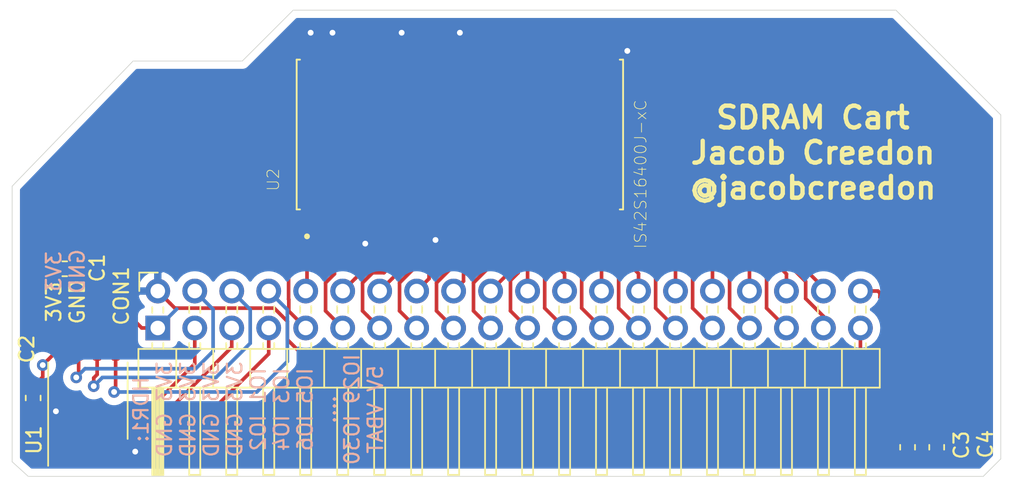
<source format=kicad_pcb>
(kicad_pcb (version 20171130) (host pcbnew "(5.1.4)-1")

  (general
    (thickness 1.6)
    (drawings 15)
    (tracks 279)
    (zones 0)
    (modules 7)
    (nets 41)
  )

  (page A4)
  (layers
    (0 F.Cu signal)
    (31 B.Cu signal)
    (32 B.Adhes user hide)
    (33 F.Adhes user hide)
    (34 B.Paste user hide)
    (35 F.Paste user hide)
    (36 B.SilkS user)
    (37 F.SilkS user)
    (38 B.Mask user)
    (39 F.Mask user)
    (40 Dwgs.User user hide)
    (41 Cmts.User user hide)
    (42 Eco1.User user hide)
    (43 Eco2.User user hide)
    (44 Edge.Cuts user)
    (45 Margin user hide)
    (46 B.CrtYd user)
    (47 F.CrtYd user hide)
    (48 B.Fab user)
    (49 F.Fab user)
  )

  (setup
    (last_trace_width 0.25)
    (trace_clearance 0.2)
    (zone_clearance 0.508)
    (zone_45_only no)
    (trace_min 0.2)
    (via_size 0.8)
    (via_drill 0.4)
    (via_min_size 0.4)
    (via_min_drill 0.3)
    (uvia_size 0.3)
    (uvia_drill 0.1)
    (uvias_allowed no)
    (uvia_min_size 0.2)
    (uvia_min_drill 0.1)
    (edge_width 0.05)
    (segment_width 0.2)
    (pcb_text_width 0.3)
    (pcb_text_size 1.5 1.5)
    (mod_edge_width 0.3)
    (mod_text_size 1 1)
    (mod_text_width 0.15)
    (pad_size 1.524 1.524)
    (pad_drill 0.762)
    (pad_to_mask_clearance 0.051)
    (solder_mask_min_width 0.25)
    (aux_axis_origin 102 84)
    (visible_elements 7FFFFFFF)
    (pcbplotparams
      (layerselection 0x010f0_ffffffff)
      (usegerberextensions false)
      (usegerberattributes false)
      (usegerberadvancedattributes false)
      (creategerberjobfile false)
      (excludeedgelayer true)
      (linewidth 0.100000)
      (plotframeref false)
      (viasonmask false)
      (mode 1)
      (useauxorigin false)
      (hpglpennumber 1)
      (hpglpenspeed 20)
      (hpglpendiameter 15.000000)
      (psnegative false)
      (psa4output false)
      (plotreference true)
      (plotvalue true)
      (plotinvisibletext false)
      (padsonsilk false)
      (subtractmaskfromsilk false)
      (outputformat 1)
      (mirror false)
      (drillshape 0)
      (scaleselection 1)
      (outputdirectory "export/"))
  )

  (net 0 "")
  (net 1 3V3)
  (net 2 GND)
  (net 3 VBAT)
  (net 4 5V)
  (net 5 CS)
  (net 6 HOLD)
  (net 7 MISO)
  (net 8 SCK)
  (net 9 WP)
  (net 10 MOSI)
  (net 11 GENIO1)
  (net 12 GENIO2)
  (net 13 GENIO3)
  (net 14 GENIO4)
  (net 15 GENIO5)
  (net 16 GENIO6)
  (net 17 GENIO7)
  (net 18 GENIO8)
  (net 19 GENIO9)
  (net 20 GENIO10)
  (net 21 GENIO11)
  (net 22 GENIO12)
  (net 23 GENIO13)
  (net 24 GENIO14)
  (net 25 GENIO15)
  (net 26 GENIO16)
  (net 27 GENIO17)
  (net 28 GENIO18)
  (net 29 GENIO19)
  (net 30 GENIO20)
  (net 31 GENIO21)
  (net 32 GENIO22)
  (net 33 GENIO23)
  (net 34 GENIO24)
  (net 35 GENIO25)
  (net 36 GENIO26)
  (net 37 GENIO27)
  (net 38 GENIO28)
  (net 39 GENIO29)
  (net 40 GENIO30)

  (net_class Default "This is the default net class."
    (clearance 0.2)
    (trace_width 0.25)
    (via_dia 0.8)
    (via_drill 0.4)
    (uvia_dia 0.3)
    (uvia_drill 0.1)
    (add_net 3V3)
    (add_net 5V)
    (add_net CS)
    (add_net GENIO1)
    (add_net GENIO10)
    (add_net GENIO11)
    (add_net GENIO12)
    (add_net GENIO13)
    (add_net GENIO14)
    (add_net GENIO15)
    (add_net GENIO16)
    (add_net GENIO17)
    (add_net GENIO18)
    (add_net GENIO19)
    (add_net GENIO2)
    (add_net GENIO20)
    (add_net GENIO21)
    (add_net GENIO22)
    (add_net GENIO23)
    (add_net GENIO24)
    (add_net GENIO25)
    (add_net GENIO26)
    (add_net GENIO27)
    (add_net GENIO28)
    (add_net GENIO29)
    (add_net GENIO3)
    (add_net GENIO30)
    (add_net GENIO4)
    (add_net GENIO5)
    (add_net GENIO6)
    (add_net GENIO7)
    (add_net GENIO8)
    (add_net GENIO9)
    (add_net GND)
    (add_net HOLD)
    (add_net MISO)
    (add_net MOSI)
    (add_net SCK)
    (add_net VBAT)
    (add_net WP)
  )

  (module inv_hdr:PinHeader_2x20_P2.54mm_Horizontal_Mirrored (layer F.Cu) (tedit 5D72096D) (tstamp 5D7186FA)
    (at 112 73.8 90)
    (descr "Through hole angled pin header, 2x20, 2.54mm pitch, 6mm pin length, double rows")
    (tags "Through hole angled pin header THT 2x20 2.54mm double row")
    (path /5D74D124)
    (fp_text reference CON1 (at 2.2 -2.5 90) (layer F.SilkS)
      (effects (font (size 1 1) (thickness 0.15)))
    )
    (fp_text value Conn_02x20_Odd_Even (at -3.115 50.53 -90) (layer F.Fab)
      (effects (font (size 1 1) (thickness 0.15)))
    )
    (fp_line (start -2.135 -1.27) (end -4.04 -1.27) (layer F.Fab) (width 0.1))
    (fp_line (start -4.04 -1.27) (end -4.04 49.53) (layer F.Fab) (width 0.1))
    (fp_line (start -4.04 49.53) (end -1.5 49.53) (layer F.Fab) (width 0.1))
    (fp_line (start -1.5 49.53) (end -1.5 -0.635) (layer F.Fab) (width 0.1))
    (fp_line (start -1.5 -0.635) (end -2.135 -1.27) (layer F.Fab) (width 0.1))
    (fp_line (start 2.86 -0.32) (end -1.5 -0.32) (layer F.Fab) (width 0.1))
    (fp_line (start 2.86 -0.32) (end 2.86 0.32) (layer F.Fab) (width 0.1))
    (fp_line (start 2.86 0.32) (end -1.5 0.32) (layer F.Fab) (width 0.1))
    (fp_line (start -4.04 -0.32) (end -10.04 -0.32) (layer F.Fab) (width 0.1))
    (fp_line (start -10.04 -0.32) (end -10.04 0.32) (layer F.Fab) (width 0.1))
    (fp_line (start -4.04 0.32) (end -10.04 0.32) (layer F.Fab) (width 0.1))
    (fp_line (start 2.86 2.22) (end -1.5 2.22) (layer F.Fab) (width 0.1))
    (fp_line (start 2.86 2.22) (end 2.86 2.86) (layer F.Fab) (width 0.1))
    (fp_line (start 2.86 2.86) (end -1.5 2.86) (layer F.Fab) (width 0.1))
    (fp_line (start -4.04 2.22) (end -10.04 2.22) (layer F.Fab) (width 0.1))
    (fp_line (start -10.04 2.22) (end -10.04 2.86) (layer F.Fab) (width 0.1))
    (fp_line (start -4.04 2.86) (end -10.04 2.86) (layer F.Fab) (width 0.1))
    (fp_line (start 2.86 4.76) (end -1.5 4.76) (layer F.Fab) (width 0.1))
    (fp_line (start 2.86 4.76) (end 2.86 5.4) (layer F.Fab) (width 0.1))
    (fp_line (start 2.86 5.4) (end -1.5 5.4) (layer F.Fab) (width 0.1))
    (fp_line (start -4.04 4.76) (end -10.04 4.76) (layer F.Fab) (width 0.1))
    (fp_line (start -10.04 4.76) (end -10.04 5.4) (layer F.Fab) (width 0.1))
    (fp_line (start -4.04 5.4) (end -10.04 5.4) (layer F.Fab) (width 0.1))
    (fp_line (start 2.86 7.3) (end -1.5 7.3) (layer F.Fab) (width 0.1))
    (fp_line (start 2.86 7.3) (end 2.86 7.94) (layer F.Fab) (width 0.1))
    (fp_line (start 2.86 7.94) (end -1.5 7.94) (layer F.Fab) (width 0.1))
    (fp_line (start -4.04 7.3) (end -10.04 7.3) (layer F.Fab) (width 0.1))
    (fp_line (start -10.04 7.3) (end -10.04 7.94) (layer F.Fab) (width 0.1))
    (fp_line (start -4.04 7.94) (end -10.04 7.94) (layer F.Fab) (width 0.1))
    (fp_line (start 2.86 9.84) (end -1.5 9.84) (layer F.Fab) (width 0.1))
    (fp_line (start 2.86 9.84) (end 2.86 10.48) (layer F.Fab) (width 0.1))
    (fp_line (start 2.86 10.48) (end -1.5 10.48) (layer F.Fab) (width 0.1))
    (fp_line (start -4.04 9.84) (end -10.04 9.84) (layer F.Fab) (width 0.1))
    (fp_line (start -10.04 9.84) (end -10.04 10.48) (layer F.Fab) (width 0.1))
    (fp_line (start -4.04 10.48) (end -10.04 10.48) (layer F.Fab) (width 0.1))
    (fp_line (start 2.86 12.38) (end -1.5 12.38) (layer F.Fab) (width 0.1))
    (fp_line (start 2.86 12.38) (end 2.86 13.02) (layer F.Fab) (width 0.1))
    (fp_line (start 2.86 13.02) (end -1.5 13.02) (layer F.Fab) (width 0.1))
    (fp_line (start -4.04 12.38) (end -10.04 12.38) (layer F.Fab) (width 0.1))
    (fp_line (start -10.04 12.38) (end -10.04 13.02) (layer F.Fab) (width 0.1))
    (fp_line (start -4.04 13.02) (end -10.04 13.02) (layer F.Fab) (width 0.1))
    (fp_line (start 2.86 14.92) (end -1.5 14.92) (layer F.Fab) (width 0.1))
    (fp_line (start 2.86 14.92) (end 2.86 15.56) (layer F.Fab) (width 0.1))
    (fp_line (start 2.86 15.56) (end -1.5 15.56) (layer F.Fab) (width 0.1))
    (fp_line (start -4.04 14.92) (end -10.04 14.92) (layer F.Fab) (width 0.1))
    (fp_line (start -10.04 14.92) (end -10.04 15.56) (layer F.Fab) (width 0.1))
    (fp_line (start -4.04 15.56) (end -10.04 15.56) (layer F.Fab) (width 0.1))
    (fp_line (start 2.86 17.46) (end -1.5 17.46) (layer F.Fab) (width 0.1))
    (fp_line (start 2.86 17.46) (end 2.86 18.1) (layer F.Fab) (width 0.1))
    (fp_line (start 2.86 18.1) (end -1.5 18.1) (layer F.Fab) (width 0.1))
    (fp_line (start -4.04 17.46) (end -10.04 17.46) (layer F.Fab) (width 0.1))
    (fp_line (start -10.04 17.46) (end -10.04 18.1) (layer F.Fab) (width 0.1))
    (fp_line (start -4.04 18.1) (end -10.04 18.1) (layer F.Fab) (width 0.1))
    (fp_line (start 2.86 20) (end -1.5 20) (layer F.Fab) (width 0.1))
    (fp_line (start 2.86 20) (end 2.86 20.64) (layer F.Fab) (width 0.1))
    (fp_line (start 2.86 20.64) (end -1.5 20.64) (layer F.Fab) (width 0.1))
    (fp_line (start -4.04 20) (end -10.04 20) (layer F.Fab) (width 0.1))
    (fp_line (start -10.04 20) (end -10.04 20.64) (layer F.Fab) (width 0.1))
    (fp_line (start -4.04 20.64) (end -10.04 20.64) (layer F.Fab) (width 0.1))
    (fp_line (start 2.86 22.54) (end -1.5 22.54) (layer F.Fab) (width 0.1))
    (fp_line (start 2.86 22.54) (end 2.86 23.18) (layer F.Fab) (width 0.1))
    (fp_line (start 2.86 23.18) (end -1.5 23.18) (layer F.Fab) (width 0.1))
    (fp_line (start -4.04 22.54) (end -10.04 22.54) (layer F.Fab) (width 0.1))
    (fp_line (start -10.04 22.54) (end -10.04 23.18) (layer F.Fab) (width 0.1))
    (fp_line (start -4.04 23.18) (end -10.04 23.18) (layer F.Fab) (width 0.1))
    (fp_line (start 2.86 25.08) (end -1.5 25.08) (layer F.Fab) (width 0.1))
    (fp_line (start 2.86 25.08) (end 2.86 25.72) (layer F.Fab) (width 0.1))
    (fp_line (start 2.86 25.72) (end -1.5 25.72) (layer F.Fab) (width 0.1))
    (fp_line (start -4.04 25.08) (end -10.04 25.08) (layer F.Fab) (width 0.1))
    (fp_line (start -10.04 25.08) (end -10.04 25.72) (layer F.Fab) (width 0.1))
    (fp_line (start -4.04 25.72) (end -10.04 25.72) (layer F.Fab) (width 0.1))
    (fp_line (start 2.86 27.62) (end -1.5 27.62) (layer F.Fab) (width 0.1))
    (fp_line (start 2.86 27.62) (end 2.86 28.26) (layer F.Fab) (width 0.1))
    (fp_line (start 2.86 28.26) (end -1.5 28.26) (layer F.Fab) (width 0.1))
    (fp_line (start -4.04 27.62) (end -10.04 27.62) (layer F.Fab) (width 0.1))
    (fp_line (start -10.04 27.62) (end -10.04 28.26) (layer F.Fab) (width 0.1))
    (fp_line (start -4.04 28.26) (end -10.04 28.26) (layer F.Fab) (width 0.1))
    (fp_line (start 2.86 30.16) (end -1.5 30.16) (layer F.Fab) (width 0.1))
    (fp_line (start 2.86 30.16) (end 2.86 30.8) (layer F.Fab) (width 0.1))
    (fp_line (start 2.86 30.8) (end -1.5 30.8) (layer F.Fab) (width 0.1))
    (fp_line (start -4.04 30.16) (end -10.04 30.16) (layer F.Fab) (width 0.1))
    (fp_line (start -10.04 30.16) (end -10.04 30.8) (layer F.Fab) (width 0.1))
    (fp_line (start -4.04 30.8) (end -10.04 30.8) (layer F.Fab) (width 0.1))
    (fp_line (start 2.86 32.7) (end -1.5 32.7) (layer F.Fab) (width 0.1))
    (fp_line (start 2.86 32.7) (end 2.86 33.34) (layer F.Fab) (width 0.1))
    (fp_line (start 2.86 33.34) (end -1.5 33.34) (layer F.Fab) (width 0.1))
    (fp_line (start -4.04 32.7) (end -10.04 32.7) (layer F.Fab) (width 0.1))
    (fp_line (start -10.04 32.7) (end -10.04 33.34) (layer F.Fab) (width 0.1))
    (fp_line (start -4.04 33.34) (end -10.04 33.34) (layer F.Fab) (width 0.1))
    (fp_line (start 2.86 35.24) (end -1.5 35.24) (layer F.Fab) (width 0.1))
    (fp_line (start 2.86 35.24) (end 2.86 35.88) (layer F.Fab) (width 0.1))
    (fp_line (start 2.86 35.88) (end -1.5 35.88) (layer F.Fab) (width 0.1))
    (fp_line (start -4.04 35.24) (end -10.04 35.24) (layer F.Fab) (width 0.1))
    (fp_line (start -10.04 35.24) (end -10.04 35.88) (layer F.Fab) (width 0.1))
    (fp_line (start -4.04 35.88) (end -10.04 35.88) (layer F.Fab) (width 0.1))
    (fp_line (start 2.86 37.78) (end -1.5 37.78) (layer F.Fab) (width 0.1))
    (fp_line (start 2.86 37.78) (end 2.86 38.42) (layer F.Fab) (width 0.1))
    (fp_line (start 2.86 38.42) (end -1.5 38.42) (layer F.Fab) (width 0.1))
    (fp_line (start -4.04 37.78) (end -10.04 37.78) (layer F.Fab) (width 0.1))
    (fp_line (start -10.04 37.78) (end -10.04 38.42) (layer F.Fab) (width 0.1))
    (fp_line (start -4.04 38.42) (end -10.04 38.42) (layer F.Fab) (width 0.1))
    (fp_line (start 2.86 40.32) (end -1.5 40.32) (layer F.Fab) (width 0.1))
    (fp_line (start 2.86 40.32) (end 2.86 40.96) (layer F.Fab) (width 0.1))
    (fp_line (start 2.86 40.96) (end -1.5 40.96) (layer F.Fab) (width 0.1))
    (fp_line (start -4.04 40.32) (end -10.04 40.32) (layer F.Fab) (width 0.1))
    (fp_line (start -10.04 40.32) (end -10.04 40.96) (layer F.Fab) (width 0.1))
    (fp_line (start -4.04 40.96) (end -10.04 40.96) (layer F.Fab) (width 0.1))
    (fp_line (start 2.86 42.86) (end -1.5 42.86) (layer F.Fab) (width 0.1))
    (fp_line (start 2.86 42.86) (end 2.86 43.5) (layer F.Fab) (width 0.1))
    (fp_line (start 2.86 43.5) (end -1.5 43.5) (layer F.Fab) (width 0.1))
    (fp_line (start -4.04 42.86) (end -10.04 42.86) (layer F.Fab) (width 0.1))
    (fp_line (start -10.04 42.86) (end -10.04 43.5) (layer F.Fab) (width 0.1))
    (fp_line (start -4.04 43.5) (end -10.04 43.5) (layer F.Fab) (width 0.1))
    (fp_line (start 2.86 45.4) (end -1.5 45.4) (layer F.Fab) (width 0.1))
    (fp_line (start 2.86 45.4) (end 2.86 46.04) (layer F.Fab) (width 0.1))
    (fp_line (start 2.86 46.04) (end -1.5 46.04) (layer F.Fab) (width 0.1))
    (fp_line (start -4.04 45.4) (end -10.04 45.4) (layer F.Fab) (width 0.1))
    (fp_line (start -10.04 45.4) (end -10.04 46.04) (layer F.Fab) (width 0.1))
    (fp_line (start -4.04 46.04) (end -10.04 46.04) (layer F.Fab) (width 0.1))
    (fp_line (start 2.86 47.94) (end -1.5 47.94) (layer F.Fab) (width 0.1))
    (fp_line (start 2.86 47.94) (end 2.86 48.58) (layer F.Fab) (width 0.1))
    (fp_line (start 2.86 48.58) (end -1.5 48.58) (layer F.Fab) (width 0.1))
    (fp_line (start -4.04 47.94) (end -10.04 47.94) (layer F.Fab) (width 0.1))
    (fp_line (start -10.04 47.94) (end -10.04 48.58) (layer F.Fab) (width 0.1))
    (fp_line (start -4.04 48.58) (end -10.04 48.58) (layer F.Fab) (width 0.1))
    (fp_line (start -1.44 -1.33) (end -1.44 49.59) (layer F.SilkS) (width 0.12))
    (fp_line (start -1.44 49.59) (end -4.1 49.59) (layer F.SilkS) (width 0.12))
    (fp_line (start -4.1 49.59) (end -4.1 -1.33) (layer F.SilkS) (width 0.12))
    (fp_line (start -4.1 -1.33) (end -1.44 -1.33) (layer F.SilkS) (width 0.12))
    (fp_line (start -4.1 -0.38) (end -10.1 -0.38) (layer F.SilkS) (width 0.12))
    (fp_line (start -10.1 -0.38) (end -10.1 0.38) (layer F.SilkS) (width 0.12))
    (fp_line (start -10.1 0.38) (end -4.1 0.38) (layer F.SilkS) (width 0.12))
    (fp_line (start -4.1 -0.32) (end -10.1 -0.32) (layer F.SilkS) (width 0.12))
    (fp_line (start -4.1 -0.2) (end -10.1 -0.2) (layer F.SilkS) (width 0.12))
    (fp_line (start -4.1 -0.08) (end -10.1 -0.08) (layer F.SilkS) (width 0.12))
    (fp_line (start -4.1 0.04) (end -10.1 0.04) (layer F.SilkS) (width 0.12))
    (fp_line (start -4.1 0.16) (end -10.1 0.16) (layer F.SilkS) (width 0.12))
    (fp_line (start -4.1 0.28) (end -10.1 0.28) (layer F.SilkS) (width 0.12))
    (fp_line (start -1.042929 -0.38) (end -1.44 -0.38) (layer F.SilkS) (width 0.12))
    (fp_line (start -1.042929 0.38) (end -1.44 0.38) (layer F.SilkS) (width 0.12))
    (fp_line (start 1.43 -0.38) (end 1.042929 -0.38) (layer F.SilkS) (width 0.12))
    (fp_line (start 1.43 0.38) (end 1.042929 0.38) (layer F.SilkS) (width 0.12))
    (fp_line (start -1.44 1.27) (end -4.1 1.27) (layer F.SilkS) (width 0.12))
    (fp_line (start -4.1 2.16) (end -10.1 2.16) (layer F.SilkS) (width 0.12))
    (fp_line (start -10.1 2.16) (end -10.1 2.92) (layer F.SilkS) (width 0.12))
    (fp_line (start -10.1 2.92) (end -4.1 2.92) (layer F.SilkS) (width 0.12))
    (fp_line (start -1.042929 2.16) (end -1.44 2.16) (layer F.SilkS) (width 0.12))
    (fp_line (start -1.042929 2.92) (end -1.44 2.92) (layer F.SilkS) (width 0.12))
    (fp_line (start 1.497071 2.16) (end 1.042929 2.16) (layer F.SilkS) (width 0.12))
    (fp_line (start 1.497071 2.92) (end 1.042929 2.92) (layer F.SilkS) (width 0.12))
    (fp_line (start -1.44 3.81) (end -4.1 3.81) (layer F.SilkS) (width 0.12))
    (fp_line (start -4.1 4.7) (end -10.1 4.7) (layer F.SilkS) (width 0.12))
    (fp_line (start -10.1 4.7) (end -10.1 5.46) (layer F.SilkS) (width 0.12))
    (fp_line (start -10.1 5.46) (end -4.1 5.46) (layer F.SilkS) (width 0.12))
    (fp_line (start -1.042929 4.7) (end -1.44 4.7) (layer F.SilkS) (width 0.12))
    (fp_line (start -1.042929 5.46) (end -1.44 5.46) (layer F.SilkS) (width 0.12))
    (fp_line (start 1.497071 4.7) (end 1.042929 4.7) (layer F.SilkS) (width 0.12))
    (fp_line (start 1.497071 5.46) (end 1.042929 5.46) (layer F.SilkS) (width 0.12))
    (fp_line (start -1.44 6.35) (end -4.1 6.35) (layer F.SilkS) (width 0.12))
    (fp_line (start -4.1 7.24) (end -10.1 7.24) (layer F.SilkS) (width 0.12))
    (fp_line (start -10.1 7.24) (end -10.1 8) (layer F.SilkS) (width 0.12))
    (fp_line (start -10.1 8) (end -4.1 8) (layer F.SilkS) (width 0.12))
    (fp_line (start -1.042929 7.24) (end -1.44 7.24) (layer F.SilkS) (width 0.12))
    (fp_line (start -1.042929 8) (end -1.44 8) (layer F.SilkS) (width 0.12))
    (fp_line (start 1.497071 7.24) (end 1.042929 7.24) (layer F.SilkS) (width 0.12))
    (fp_line (start 1.497071 8) (end 1.042929 8) (layer F.SilkS) (width 0.12))
    (fp_line (start -1.44 8.89) (end -4.1 8.89) (layer F.SilkS) (width 0.12))
    (fp_line (start -4.1 9.78) (end -10.1 9.78) (layer F.SilkS) (width 0.12))
    (fp_line (start -10.1 9.78) (end -10.1 10.54) (layer F.SilkS) (width 0.12))
    (fp_line (start -10.1 10.54) (end -4.1 10.54) (layer F.SilkS) (width 0.12))
    (fp_line (start -1.042929 9.78) (end -1.44 9.78) (layer F.SilkS) (width 0.12))
    (fp_line (start -1.042929 10.54) (end -1.44 10.54) (layer F.SilkS) (width 0.12))
    (fp_line (start 1.497071 9.78) (end 1.042929 9.78) (layer F.SilkS) (width 0.12))
    (fp_line (start 1.497071 10.54) (end 1.042929 10.54) (layer F.SilkS) (width 0.12))
    (fp_line (start -1.44 11.43) (end -4.1 11.43) (layer F.SilkS) (width 0.12))
    (fp_line (start -4.1 12.32) (end -10.1 12.32) (layer F.SilkS) (width 0.12))
    (fp_line (start -10.1 12.32) (end -10.1 13.08) (layer F.SilkS) (width 0.12))
    (fp_line (start -10.1 13.08) (end -4.1 13.08) (layer F.SilkS) (width 0.12))
    (fp_line (start -1.042929 12.32) (end -1.44 12.32) (layer F.SilkS) (width 0.12))
    (fp_line (start -1.042929 13.08) (end -1.44 13.08) (layer F.SilkS) (width 0.12))
    (fp_line (start 1.497071 12.32) (end 1.042929 12.32) (layer F.SilkS) (width 0.12))
    (fp_line (start 1.497071 13.08) (end 1.042929 13.08) (layer F.SilkS) (width 0.12))
    (fp_line (start -1.44 13.97) (end -4.1 13.97) (layer F.SilkS) (width 0.12))
    (fp_line (start -4.1 14.86) (end -10.1 14.86) (layer F.SilkS) (width 0.12))
    (fp_line (start -10.1 14.86) (end -10.1 15.62) (layer F.SilkS) (width 0.12))
    (fp_line (start -10.1 15.62) (end -4.1 15.62) (layer F.SilkS) (width 0.12))
    (fp_line (start -1.042929 14.86) (end -1.44 14.86) (layer F.SilkS) (width 0.12))
    (fp_line (start -1.042929 15.62) (end -1.44 15.62) (layer F.SilkS) (width 0.12))
    (fp_line (start 1.497071 14.86) (end 1.042929 14.86) (layer F.SilkS) (width 0.12))
    (fp_line (start 1.497071 15.62) (end 1.042929 15.62) (layer F.SilkS) (width 0.12))
    (fp_line (start -1.44 16.51) (end -4.1 16.51) (layer F.SilkS) (width 0.12))
    (fp_line (start -4.1 17.4) (end -10.1 17.4) (layer F.SilkS) (width 0.12))
    (fp_line (start -10.1 17.4) (end -10.1 18.16) (layer F.SilkS) (width 0.12))
    (fp_line (start -10.1 18.16) (end -4.1 18.16) (layer F.SilkS) (width 0.12))
    (fp_line (start -1.042929 17.4) (end -1.44 17.4) (layer F.SilkS) (width 0.12))
    (fp_line (start -1.042929 18.16) (end -1.44 18.16) (layer F.SilkS) (width 0.12))
    (fp_line (start 1.497071 17.4) (end 1.042929 17.4) (layer F.SilkS) (width 0.12))
    (fp_line (start 1.497071 18.16) (end 1.042929 18.16) (layer F.SilkS) (width 0.12))
    (fp_line (start -1.44 19.05) (end -4.1 19.05) (layer F.SilkS) (width 0.12))
    (fp_line (start -4.1 19.94) (end -10.1 19.94) (layer F.SilkS) (width 0.12))
    (fp_line (start -10.1 19.94) (end -10.1 20.7) (layer F.SilkS) (width 0.12))
    (fp_line (start -10.1 20.7) (end -4.1 20.7) (layer F.SilkS) (width 0.12))
    (fp_line (start -1.042929 19.94) (end -1.44 19.94) (layer F.SilkS) (width 0.12))
    (fp_line (start -1.042929 20.7) (end -1.44 20.7) (layer F.SilkS) (width 0.12))
    (fp_line (start 1.497071 19.94) (end 1.042929 19.94) (layer F.SilkS) (width 0.12))
    (fp_line (start 1.497071 20.7) (end 1.042929 20.7) (layer F.SilkS) (width 0.12))
    (fp_line (start -1.44 21.59) (end -4.1 21.59) (layer F.SilkS) (width 0.12))
    (fp_line (start -4.1 22.48) (end -10.1 22.48) (layer F.SilkS) (width 0.12))
    (fp_line (start -10.1 22.48) (end -10.1 23.24) (layer F.SilkS) (width 0.12))
    (fp_line (start -10.1 23.24) (end -4.1 23.24) (layer F.SilkS) (width 0.12))
    (fp_line (start -1.042929 22.48) (end -1.44 22.48) (layer F.SilkS) (width 0.12))
    (fp_line (start -1.042929 23.24) (end -1.44 23.24) (layer F.SilkS) (width 0.12))
    (fp_line (start 1.497071 22.48) (end 1.042929 22.48) (layer F.SilkS) (width 0.12))
    (fp_line (start 1.497071 23.24) (end 1.042929 23.24) (layer F.SilkS) (width 0.12))
    (fp_line (start -1.44 24.13) (end -4.1 24.13) (layer F.SilkS) (width 0.12))
    (fp_line (start -4.1 25.02) (end -10.1 25.02) (layer F.SilkS) (width 0.12))
    (fp_line (start -10.1 25.02) (end -10.1 25.78) (layer F.SilkS) (width 0.12))
    (fp_line (start -10.1 25.78) (end -4.1 25.78) (layer F.SilkS) (width 0.12))
    (fp_line (start -1.042929 25.02) (end -1.44 25.02) (layer F.SilkS) (width 0.12))
    (fp_line (start -1.042929 25.78) (end -1.44 25.78) (layer F.SilkS) (width 0.12))
    (fp_line (start 1.497071 25.02) (end 1.042929 25.02) (layer F.SilkS) (width 0.12))
    (fp_line (start 1.497071 25.78) (end 1.042929 25.78) (layer F.SilkS) (width 0.12))
    (fp_line (start -1.44 26.67) (end -4.1 26.67) (layer F.SilkS) (width 0.12))
    (fp_line (start -4.1 27.56) (end -10.1 27.56) (layer F.SilkS) (width 0.12))
    (fp_line (start -10.1 27.56) (end -10.1 28.32) (layer F.SilkS) (width 0.12))
    (fp_line (start -10.1 28.32) (end -4.1 28.32) (layer F.SilkS) (width 0.12))
    (fp_line (start -1.042929 27.56) (end -1.44 27.56) (layer F.SilkS) (width 0.12))
    (fp_line (start -1.042929 28.32) (end -1.44 28.32) (layer F.SilkS) (width 0.12))
    (fp_line (start 1.497071 27.56) (end 1.042929 27.56) (layer F.SilkS) (width 0.12))
    (fp_line (start 1.497071 28.32) (end 1.042929 28.32) (layer F.SilkS) (width 0.12))
    (fp_line (start -1.44 29.21) (end -4.1 29.21) (layer F.SilkS) (width 0.12))
    (fp_line (start -4.1 30.1) (end -10.1 30.1) (layer F.SilkS) (width 0.12))
    (fp_line (start -10.1 30.1) (end -10.1 30.86) (layer F.SilkS) (width 0.12))
    (fp_line (start -10.1 30.86) (end -4.1 30.86) (layer F.SilkS) (width 0.12))
    (fp_line (start -1.042929 30.1) (end -1.44 30.1) (layer F.SilkS) (width 0.12))
    (fp_line (start -1.042929 30.86) (end -1.44 30.86) (layer F.SilkS) (width 0.12))
    (fp_line (start 1.497071 30.1) (end 1.042929 30.1) (layer F.SilkS) (width 0.12))
    (fp_line (start 1.497071 30.86) (end 1.042929 30.86) (layer F.SilkS) (width 0.12))
    (fp_line (start -1.44 31.75) (end -4.1 31.75) (layer F.SilkS) (width 0.12))
    (fp_line (start -4.1 32.64) (end -10.1 32.64) (layer F.SilkS) (width 0.12))
    (fp_line (start -10.1 32.64) (end -10.1 33.4) (layer F.SilkS) (width 0.12))
    (fp_line (start -10.1 33.4) (end -4.1 33.4) (layer F.SilkS) (width 0.12))
    (fp_line (start -1.042929 32.64) (end -1.44 32.64) (layer F.SilkS) (width 0.12))
    (fp_line (start -1.042929 33.4) (end -1.44 33.4) (layer F.SilkS) (width 0.12))
    (fp_line (start 1.497071 32.64) (end 1.042929 32.64) (layer F.SilkS) (width 0.12))
    (fp_line (start 1.497071 33.4) (end 1.042929 33.4) (layer F.SilkS) (width 0.12))
    (fp_line (start -1.44 34.29) (end -4.1 34.29) (layer F.SilkS) (width 0.12))
    (fp_line (start -4.1 35.18) (end -10.1 35.18) (layer F.SilkS) (width 0.12))
    (fp_line (start -10.1 35.18) (end -10.1 35.94) (layer F.SilkS) (width 0.12))
    (fp_line (start -10.1 35.94) (end -4.1 35.94) (layer F.SilkS) (width 0.12))
    (fp_line (start -1.042929 35.18) (end -1.44 35.18) (layer F.SilkS) (width 0.12))
    (fp_line (start -1.042929 35.94) (end -1.44 35.94) (layer F.SilkS) (width 0.12))
    (fp_line (start 1.497071 35.18) (end 1.042929 35.18) (layer F.SilkS) (width 0.12))
    (fp_line (start 1.497071 35.94) (end 1.042929 35.94) (layer F.SilkS) (width 0.12))
    (fp_line (start -1.44 36.83) (end -4.1 36.83) (layer F.SilkS) (width 0.12))
    (fp_line (start -4.1 37.72) (end -10.1 37.72) (layer F.SilkS) (width 0.12))
    (fp_line (start -10.1 37.72) (end -10.1 38.48) (layer F.SilkS) (width 0.12))
    (fp_line (start -10.1 38.48) (end -4.1 38.48) (layer F.SilkS) (width 0.12))
    (fp_line (start -1.042929 37.72) (end -1.44 37.72) (layer F.SilkS) (width 0.12))
    (fp_line (start -1.042929 38.48) (end -1.44 38.48) (layer F.SilkS) (width 0.12))
    (fp_line (start 1.497071 37.72) (end 1.042929 37.72) (layer F.SilkS) (width 0.12))
    (fp_line (start 1.497071 38.48) (end 1.042929 38.48) (layer F.SilkS) (width 0.12))
    (fp_line (start -1.44 39.37) (end -4.1 39.37) (layer F.SilkS) (width 0.12))
    (fp_line (start -4.1 40.26) (end -10.1 40.26) (layer F.SilkS) (width 0.12))
    (fp_line (start -10.1 40.26) (end -10.1 41.02) (layer F.SilkS) (width 0.12))
    (fp_line (start -10.1 41.02) (end -4.1 41.02) (layer F.SilkS) (width 0.12))
    (fp_line (start -1.042929 40.26) (end -1.44 40.26) (layer F.SilkS) (width 0.12))
    (fp_line (start -1.042929 41.02) (end -1.44 41.02) (layer F.SilkS) (width 0.12))
    (fp_line (start 1.497071 40.26) (end 1.042929 40.26) (layer F.SilkS) (width 0.12))
    (fp_line (start 1.497071 41.02) (end 1.042929 41.02) (layer F.SilkS) (width 0.12))
    (fp_line (start -1.44 41.91) (end -4.1 41.91) (layer F.SilkS) (width 0.12))
    (fp_line (start -4.1 42.8) (end -10.1 42.8) (layer F.SilkS) (width 0.12))
    (fp_line (start -10.1 42.8) (end -10.1 43.56) (layer F.SilkS) (width 0.12))
    (fp_line (start -10.1 43.56) (end -4.1 43.56) (layer F.SilkS) (width 0.12))
    (fp_line (start -1.042929 42.8) (end -1.44 42.8) (layer F.SilkS) (width 0.12))
    (fp_line (start -1.042929 43.56) (end -1.44 43.56) (layer F.SilkS) (width 0.12))
    (fp_line (start 1.497071 42.8) (end 1.042929 42.8) (layer F.SilkS) (width 0.12))
    (fp_line (start 1.497071 43.56) (end 1.042929 43.56) (layer F.SilkS) (width 0.12))
    (fp_line (start -1.44 44.45) (end -4.1 44.45) (layer F.SilkS) (width 0.12))
    (fp_line (start -4.1 45.34) (end -10.1 45.34) (layer F.SilkS) (width 0.12))
    (fp_line (start -10.1 45.34) (end -10.1 46.1) (layer F.SilkS) (width 0.12))
    (fp_line (start -10.1 46.1) (end -4.1 46.1) (layer F.SilkS) (width 0.12))
    (fp_line (start -1.042929 45.34) (end -1.44 45.34) (layer F.SilkS) (width 0.12))
    (fp_line (start -1.042929 46.1) (end -1.44 46.1) (layer F.SilkS) (width 0.12))
    (fp_line (start 1.497071 45.34) (end 1.042929 45.34) (layer F.SilkS) (width 0.12))
    (fp_line (start 1.497071 46.1) (end 1.042929 46.1) (layer F.SilkS) (width 0.12))
    (fp_line (start -1.44 46.99) (end -4.1 46.99) (layer F.SilkS) (width 0.12))
    (fp_line (start -4.1 47.88) (end -10.1 47.88) (layer F.SilkS) (width 0.12))
    (fp_line (start -10.1 47.88) (end -10.1 48.64) (layer F.SilkS) (width 0.12))
    (fp_line (start -10.1 48.64) (end -4.1 48.64) (layer F.SilkS) (width 0.12))
    (fp_line (start -1.042929 47.88) (end -1.44 47.88) (layer F.SilkS) (width 0.12))
    (fp_line (start -1.042929 48.64) (end -1.44 48.64) (layer F.SilkS) (width 0.12))
    (fp_line (start 1.497071 47.88) (end 1.042929 47.88) (layer F.SilkS) (width 0.12))
    (fp_line (start 1.497071 48.64) (end 1.042929 48.64) (layer F.SilkS) (width 0.12))
    (fp_line (start 3.81 0) (end 3.81 -1.27) (layer F.SilkS) (width 0.12))
    (fp_line (start 3.81 -1.27) (end 2.54 -1.27) (layer F.SilkS) (width 0.12))
    (fp_line (start 4.34 -1.8) (end 4.34 50.05) (layer F.CrtYd) (width 0.05))
    (fp_line (start 4.34 50.05) (end -10.56 50.05) (layer F.CrtYd) (width 0.05))
    (fp_line (start -10.56 50.05) (end -10.56 -1.8) (layer F.CrtYd) (width 0.05))
    (fp_line (start -10.56 -1.8) (end 4.34 -1.8) (layer F.CrtYd) (width 0.05))
    (fp_text user %R (at -2.77 24.13) (layer F.Fab)
      (effects (font (size 1 1) (thickness 0.15)))
    )
    (pad 1 thru_hole rect (at 0 0 90) (size 1.7 1.7) (drill 1) (layers *.Cu *.Mask)
      (net 1 3V3))
    (pad 2 thru_hole oval (at 2.54 0 90) (size 1.7 1.7) (drill 1) (layers *.Cu *.Mask)
      (net 2 GND))
    (pad 3 thru_hole oval (at 0 2.54 90) (size 1.7 1.7) (drill 1) (layers *.Cu *.Mask)
      (net 5 CS))
    (pad 4 thru_hole oval (at 2.54 2.54 90) (size 1.7 1.7) (drill 1) (layers *.Cu *.Mask)
      (net 6 HOLD))
    (pad 5 thru_hole oval (at 0 5.08 90) (size 1.7 1.7) (drill 1) (layers *.Cu *.Mask)
      (net 7 MISO))
    (pad 6 thru_hole oval (at 2.54 5.08 90) (size 1.7 1.7) (drill 1) (layers *.Cu *.Mask)
      (net 8 SCK))
    (pad 7 thru_hole oval (at 0 7.62 90) (size 1.7 1.7) (drill 1) (layers *.Cu *.Mask)
      (net 9 WP))
    (pad 8 thru_hole oval (at 2.54 7.62 90) (size 1.7 1.7) (drill 1) (layers *.Cu *.Mask)
      (net 10 MOSI))
    (pad 9 thru_hole oval (at 0 10.16 90) (size 1.7 1.7) (drill 1) (layers *.Cu *.Mask)
      (net 11 GENIO1))
    (pad 10 thru_hole oval (at 2.54 10.16 90) (size 1.7 1.7) (drill 1) (layers *.Cu *.Mask)
      (net 12 GENIO2))
    (pad 11 thru_hole oval (at 0 12.7 90) (size 1.7 1.7) (drill 1) (layers *.Cu *.Mask)
      (net 13 GENIO3))
    (pad 12 thru_hole oval (at 2.54 12.7 90) (size 1.7 1.7) (drill 1) (layers *.Cu *.Mask)
      (net 14 GENIO4))
    (pad 13 thru_hole oval (at 0 15.24 90) (size 1.7 1.7) (drill 1) (layers *.Cu *.Mask)
      (net 15 GENIO5))
    (pad 14 thru_hole oval (at 2.54 15.24 90) (size 1.7 1.7) (drill 1) (layers *.Cu *.Mask)
      (net 16 GENIO6))
    (pad 15 thru_hole oval (at 0 17.78 90) (size 1.7 1.7) (drill 1) (layers *.Cu *.Mask)
      (net 17 GENIO7))
    (pad 16 thru_hole oval (at 2.54 17.78 90) (size 1.7 1.7) (drill 1) (layers *.Cu *.Mask)
      (net 18 GENIO8))
    (pad 17 thru_hole oval (at 0 20.32 90) (size 1.7 1.7) (drill 1) (layers *.Cu *.Mask)
      (net 19 GENIO9))
    (pad 18 thru_hole oval (at 2.54 20.32 90) (size 1.7 1.7) (drill 1) (layers *.Cu *.Mask)
      (net 20 GENIO10))
    (pad 19 thru_hole oval (at 0 22.86 90) (size 1.7 1.7) (drill 1) (layers *.Cu *.Mask)
      (net 21 GENIO11))
    (pad 20 thru_hole oval (at 2.54 22.86 90) (size 1.7 1.7) (drill 1) (layers *.Cu *.Mask)
      (net 22 GENIO12))
    (pad 21 thru_hole oval (at 0 25.4 90) (size 1.7 1.7) (drill 1) (layers *.Cu *.Mask)
      (net 23 GENIO13))
    (pad 22 thru_hole oval (at 2.54 25.4 90) (size 1.7 1.7) (drill 1) (layers *.Cu *.Mask)
      (net 24 GENIO14))
    (pad 23 thru_hole oval (at 0 27.94 90) (size 1.7 1.7) (drill 1) (layers *.Cu *.Mask)
      (net 25 GENIO15))
    (pad 24 thru_hole oval (at 2.54 27.94 90) (size 1.7 1.7) (drill 1) (layers *.Cu *.Mask)
      (net 26 GENIO16))
    (pad 25 thru_hole oval (at 0 30.48 90) (size 1.7 1.7) (drill 1) (layers *.Cu *.Mask)
      (net 27 GENIO17))
    (pad 26 thru_hole oval (at 2.54 30.48 90) (size 1.7 1.7) (drill 1) (layers *.Cu *.Mask)
      (net 28 GENIO18))
    (pad 27 thru_hole oval (at 0 33.02 90) (size 1.7 1.7) (drill 1) (layers *.Cu *.Mask)
      (net 29 GENIO19))
    (pad 28 thru_hole oval (at 2.54 33.02 90) (size 1.7 1.7) (drill 1) (layers *.Cu *.Mask)
      (net 30 GENIO20))
    (pad 29 thru_hole oval (at 0 35.56 90) (size 1.7 1.7) (drill 1) (layers *.Cu *.Mask)
      (net 31 GENIO21))
    (pad 30 thru_hole oval (at 2.54 35.56 90) (size 1.7 1.7) (drill 1) (layers *.Cu *.Mask)
      (net 32 GENIO22))
    (pad 31 thru_hole oval (at 0 38.1 90) (size 1.7 1.7) (drill 1) (layers *.Cu *.Mask)
      (net 33 GENIO23))
    (pad 32 thru_hole oval (at 2.54 38.1 90) (size 1.7 1.7) (drill 1) (layers *.Cu *.Mask)
      (net 34 GENIO24))
    (pad 33 thru_hole oval (at 0 40.64 90) (size 1.7 1.7) (drill 1) (layers *.Cu *.Mask)
      (net 35 GENIO25))
    (pad 34 thru_hole oval (at 2.54 40.64 90) (size 1.7 1.7) (drill 1) (layers *.Cu *.Mask)
      (net 36 GENIO26))
    (pad 35 thru_hole oval (at 0 43.18 90) (size 1.7 1.7) (drill 1) (layers *.Cu *.Mask)
      (net 37 GENIO27))
    (pad 36 thru_hole oval (at 2.54 43.18 90) (size 1.7 1.7) (drill 1) (layers *.Cu *.Mask)
      (net 38 GENIO28))
    (pad 37 thru_hole oval (at 0 45.72 90) (size 1.7 1.7) (drill 1) (layers *.Cu *.Mask)
      (net 39 GENIO29))
    (pad 38 thru_hole oval (at 2.54 45.72 90) (size 1.7 1.7) (drill 1) (layers *.Cu *.Mask)
      (net 40 GENIO30))
    (pad 39 thru_hole oval (at 0 48.26 90) (size 1.7 1.7) (drill 1) (layers *.Cu *.Mask)
      (net 3 VBAT))
    (pad 40 thru_hole oval (at 2.54 48.26 90) (size 1.7 1.7) (drill 1) (layers *.Cu *.Mask)
      (net 4 5V))
    (model ${KISYS3DMOD}/Connector_PinHeader_2.54mm.3dshapes/PinHeader_2x20_P2.54mm_Horizontal.wrl
      (offset (xyz 2.54 -48.26 0))
      (scale (xyz 1 1 1))
      (rotate (xyz 0 0 180))
    )
  )

  (module Capacitor_SMD:C_0603_1608Metric (layer F.Cu) (tedit 5B301BBE) (tstamp 5D71BE61)
    (at 103.4415 78.613 270)
    (descr "Capacitor SMD 0603 (1608 Metric), square (rectangular) end terminal, IPC_7351 nominal, (Body size source: http://www.tortai-tech.com/upload/download/2011102023233369053.pdf), generated with kicad-footprint-generator")
    (tags capacitor)
    (path /5D74CAEF)
    (attr smd)
    (fp_text reference C2 (at -3.363 0.4415 270) (layer F.SilkS)
      (effects (font (size 1 1) (thickness 0.15)))
    )
    (fp_text value 100n (at 0 1.43 270) (layer F.Fab)
      (effects (font (size 1 1) (thickness 0.15)))
    )
    (fp_text user %R (at 0 0 270) (layer F.Fab)
      (effects (font (size 0.4 0.4) (thickness 0.06)))
    )
    (fp_line (start 1.48 0.73) (end -1.48 0.73) (layer F.CrtYd) (width 0.05))
    (fp_line (start 1.48 -0.73) (end 1.48 0.73) (layer F.CrtYd) (width 0.05))
    (fp_line (start -1.48 -0.73) (end 1.48 -0.73) (layer F.CrtYd) (width 0.05))
    (fp_line (start -1.48 0.73) (end -1.48 -0.73) (layer F.CrtYd) (width 0.05))
    (fp_line (start -0.162779 0.51) (end 0.162779 0.51) (layer F.SilkS) (width 0.12))
    (fp_line (start -0.162779 -0.51) (end 0.162779 -0.51) (layer F.SilkS) (width 0.12))
    (fp_line (start 0.8 0.4) (end -0.8 0.4) (layer F.Fab) (width 0.1))
    (fp_line (start 0.8 -0.4) (end 0.8 0.4) (layer F.Fab) (width 0.1))
    (fp_line (start -0.8 -0.4) (end 0.8 -0.4) (layer F.Fab) (width 0.1))
    (fp_line (start -0.8 0.4) (end -0.8 -0.4) (layer F.Fab) (width 0.1))
    (pad 2 smd roundrect (at 0.7875 0 270) (size 0.875 0.95) (layers F.Cu F.Paste F.Mask) (roundrect_rratio 0.25)
      (net 2 GND))
    (pad 1 smd roundrect (at -0.7875 0 270) (size 0.875 0.95) (layers F.Cu F.Paste F.Mask) (roundrect_rratio 0.25)
      (net 1 3V3))
    (model ${KISYS3DMOD}/Capacitor_SMD.3dshapes/C_0603_1608Metric.wrl
      (at (xyz 0 0 0))
      (scale (xyz 1 1 1))
      (rotate (xyz 0 0 0))
    )
  )

  (module Capacitor_SMD:C_0603_1608Metric (layer F.Cu) (tedit 5B301BBE) (tstamp 5D718A71)
    (at 105.61 69.73)
    (descr "Capacitor SMD 0603 (1608 Metric), square (rectangular) end terminal, IPC_7351 nominal, (Body size source: http://www.tortai-tech.com/upload/download/2011102023233369053.pdf), generated with kicad-footprint-generator")
    (tags capacitor)
    (path /5D76C8E1)
    (attr smd)
    (fp_text reference C1 (at 2.232 -0.0565 90) (layer F.SilkS)
      (effects (font (size 1 1) (thickness 0.15)))
    )
    (fp_text value 100n (at 0 1.43) (layer F.Fab)
      (effects (font (size 1 1) (thickness 0.15)))
    )
    (fp_line (start -0.8 0.4) (end -0.8 -0.4) (layer F.Fab) (width 0.1))
    (fp_line (start -0.8 -0.4) (end 0.8 -0.4) (layer F.Fab) (width 0.1))
    (fp_line (start 0.8 -0.4) (end 0.8 0.4) (layer F.Fab) (width 0.1))
    (fp_line (start 0.8 0.4) (end -0.8 0.4) (layer F.Fab) (width 0.1))
    (fp_line (start -0.162779 -0.51) (end 0.162779 -0.51) (layer F.SilkS) (width 0.12))
    (fp_line (start -0.162779 0.51) (end 0.162779 0.51) (layer F.SilkS) (width 0.12))
    (fp_line (start -1.48 0.73) (end -1.48 -0.73) (layer F.CrtYd) (width 0.05))
    (fp_line (start -1.48 -0.73) (end 1.48 -0.73) (layer F.CrtYd) (width 0.05))
    (fp_line (start 1.48 -0.73) (end 1.48 0.73) (layer F.CrtYd) (width 0.05))
    (fp_line (start 1.48 0.73) (end -1.48 0.73) (layer F.CrtYd) (width 0.05))
    (fp_text user %R (at 0 0) (layer F.Fab)
      (effects (font (size 0.4 0.4) (thickness 0.06)))
    )
    (pad 1 smd roundrect (at -0.7875 0) (size 0.875 0.95) (layers F.Cu F.Paste F.Mask) (roundrect_rratio 0.25)
      (net 1 3V3))
    (pad 2 smd roundrect (at 0.7875 0) (size 0.875 0.95) (layers F.Cu F.Paste F.Mask) (roundrect_rratio 0.25)
      (net 2 GND))
    (model ${KISYS3DMOD}/Capacitor_SMD.3dshapes/C_0603_1608Metric.wrl
      (at (xyz 0 0 0))
      (scale (xyz 1 1 1))
      (rotate (xyz 0 0 0))
    )
  )

  (module Capacitor_SMD:C_0603_1608Metric (layer F.Cu) (tedit 5B301BBE) (tstamp 5D718A71)
    (at 163.5 82 270)
    (descr "Capacitor SMD 0603 (1608 Metric), square (rectangular) end terminal, IPC_7351 nominal, (Body size source: http://www.tortai-tech.com/upload/download/2011102023233369053.pdf), generated with kicad-footprint-generator")
    (tags capacitor)
    (path /5D76C5A5)
    (attr smd)
    (fp_text reference C3 (at -0.1485 -3.6955 90) (layer F.SilkS)
      (effects (font (size 1 1) (thickness 0.15)))
    )
    (fp_text value 100n (at 0 1.43 90) (layer F.Fab)
      (effects (font (size 1 1) (thickness 0.15)))
    )
    (fp_line (start -0.8 0.4) (end -0.8 -0.4) (layer F.Fab) (width 0.1))
    (fp_line (start -0.8 -0.4) (end 0.8 -0.4) (layer F.Fab) (width 0.1))
    (fp_line (start 0.8 -0.4) (end 0.8 0.4) (layer F.Fab) (width 0.1))
    (fp_line (start 0.8 0.4) (end -0.8 0.4) (layer F.Fab) (width 0.1))
    (fp_line (start -0.162779 -0.51) (end 0.162779 -0.51) (layer F.SilkS) (width 0.12))
    (fp_line (start -0.162779 0.51) (end 0.162779 0.51) (layer F.SilkS) (width 0.12))
    (fp_line (start -1.48 0.73) (end -1.48 -0.73) (layer F.CrtYd) (width 0.05))
    (fp_line (start -1.48 -0.73) (end 1.48 -0.73) (layer F.CrtYd) (width 0.05))
    (fp_line (start 1.48 -0.73) (end 1.48 0.73) (layer F.CrtYd) (width 0.05))
    (fp_line (start 1.48 0.73) (end -1.48 0.73) (layer F.CrtYd) (width 0.05))
    (fp_text user %R (at 0 0 90) (layer F.Fab)
      (effects (font (size 0.4 0.4) (thickness 0.06)))
    )
    (pad 1 smd roundrect (at -0.7875 0 270) (size 0.875 0.95) (layers F.Cu F.Paste F.Mask) (roundrect_rratio 0.25)
      (net 3 VBAT))
    (pad 2 smd roundrect (at 0.7875 0 270) (size 0.875 0.95) (layers F.Cu F.Paste F.Mask) (roundrect_rratio 0.25)
      (net 2 GND))
    (model ${KISYS3DMOD}/Capacitor_SMD.3dshapes/C_0603_1608Metric.wrl
      (at (xyz 0 0 0))
      (scale (xyz 1 1 1))
      (rotate (xyz 0 0 0))
    )
  )

  (module Package_SO:SSOP-8_5.25x5.24mm_P1.27mm (layer F.Cu) (tedit 5B9564B2) (tstamp 5D721CCA)
    (at 107.2 78.8 90)
    (descr "SSOP, 8 Pin (http://www.fujitsu.com/ca/en/Images/MB85RS2MT-DS501-00023-1v0-E.pdf), generated with kicad-footprint-generator ipc_gullwing_generator.py")
    (tags "SSOP SO")
    (path /5D74C7EF)
    (attr smd)
    (fp_text reference U1 (at -2.7 -3.7 90) (layer F.SilkS)
      (effects (font (size 1 1) (thickness 0.15)))
    )
    (fp_text value W25Q128JVSIQ (at 0 3.57 90) (layer F.Fab)
      (effects (font (size 1 1) (thickness 0.15)))
    )
    (fp_text user %R (at 0 0 90) (layer F.Fab)
      (effects (font (size 1 1) (thickness 0.15)))
    )
    (fp_line (start 4.73 -2.87) (end -4.73 -2.87) (layer F.CrtYd) (width 0.05))
    (fp_line (start 4.73 2.87) (end 4.73 -2.87) (layer F.CrtYd) (width 0.05))
    (fp_line (start -4.73 2.87) (end 4.73 2.87) (layer F.CrtYd) (width 0.05))
    (fp_line (start -4.73 -2.87) (end -4.73 2.87) (layer F.CrtYd) (width 0.05))
    (fp_line (start -2.625 -1.62) (end -1.625 -2.62) (layer F.Fab) (width 0.1))
    (fp_line (start -2.625 2.62) (end -2.625 -1.62) (layer F.Fab) (width 0.1))
    (fp_line (start 2.625 2.62) (end -2.625 2.62) (layer F.Fab) (width 0.1))
    (fp_line (start 2.625 -2.62) (end 2.625 2.62) (layer F.Fab) (width 0.1))
    (fp_line (start -1.625 -2.62) (end 2.625 -2.62) (layer F.Fab) (width 0.1))
    (fp_line (start 0 -2.73) (end -4.475 -2.73) (layer F.SilkS) (width 0.12))
    (fp_line (start 0 -2.73) (end 2.625 -2.73) (layer F.SilkS) (width 0.12))
    (fp_line (start 0 2.73) (end -2.625 2.73) (layer F.SilkS) (width 0.12))
    (fp_line (start 0 2.73) (end 2.625 2.73) (layer F.SilkS) (width 0.12))
    (fp_line (start 0 2.73) (end 0 2.73) (layer B.Fab) (width 0.12))
    (pad 8 smd roundrect (at 3.6125 -1.905 90) (size 1.725 0.6) (layers F.Cu F.Paste F.Mask) (roundrect_rratio 0.25)
      (net 1 3V3))
    (pad 7 smd roundrect (at 3.6125 -0.635 90) (size 1.725 0.6) (layers F.Cu F.Paste F.Mask) (roundrect_rratio 0.25)
      (net 6 HOLD))
    (pad 6 smd roundrect (at 3.6125 0.635 90) (size 1.725 0.6) (layers F.Cu F.Paste F.Mask) (roundrect_rratio 0.25)
      (net 8 SCK))
    (pad 5 smd roundrect (at 3.6125 1.905 90) (size 1.725 0.6) (layers F.Cu F.Paste F.Mask) (roundrect_rratio 0.25)
      (net 10 MOSI))
    (pad 4 smd roundrect (at -3.6125 1.905 90) (size 1.725 0.6) (layers F.Cu F.Paste F.Mask) (roundrect_rratio 0.25)
      (net 2 GND))
    (pad 3 smd roundrect (at -3.6125 0.635 90) (size 1.725 0.6) (layers F.Cu F.Paste F.Mask) (roundrect_rratio 0.25)
      (net 9 WP))
    (pad 2 smd roundrect (at -3.6125 -0.635 90) (size 1.725 0.6) (layers F.Cu F.Paste F.Mask) (roundrect_rratio 0.25)
      (net 7 MISO))
    (pad 1 smd roundrect (at -3.6125 -1.905 90) (size 1.725 0.6) (layers F.Cu F.Paste F.Mask) (roundrect_rratio 0.25)
      (net 5 CS))
    (model ${KISYS3DMOD}/Package_SO.3dshapes/SSOP-8_5.25x5.24mm_P1.27mm.wrl
      (at (xyz 0 0 0))
      (scale (xyz 1 1 1))
      (rotate (xyz 0 0 0))
    )
  )

  (module Capacitor_SMD:C_0603_1608Metric (layer F.Cu) (tedit 5B301BBE) (tstamp 5D71BE7E)
    (at 165.5 82 270)
    (descr "Capacitor SMD 0603 (1608 Metric), square (rectangular) end terminal, IPC_7351 nominal, (Body size source: http://www.tortai-tech.com/upload/download/2011102023233369053.pdf), generated with kicad-footprint-generator")
    (tags capacitor)
    (path /5D769396)
    (attr smd)
    (fp_text reference C4 (at -0.212 -3.3465 90) (layer F.SilkS)
      (effects (font (size 1 1) (thickness 0.15)))
    )
    (fp_text value 100n (at 0 1.43 90) (layer F.Fab)
      (effects (font (size 1 1) (thickness 0.15)))
    )
    (fp_text user %R (at 0 0 90) (layer F.Fab)
      (effects (font (size 0.4 0.4) (thickness 0.06)))
    )
    (fp_line (start 1.48 0.73) (end -1.48 0.73) (layer F.CrtYd) (width 0.05))
    (fp_line (start 1.48 -0.73) (end 1.48 0.73) (layer F.CrtYd) (width 0.05))
    (fp_line (start -1.48 -0.73) (end 1.48 -0.73) (layer F.CrtYd) (width 0.05))
    (fp_line (start -1.48 0.73) (end -1.48 -0.73) (layer F.CrtYd) (width 0.05))
    (fp_line (start -0.162779 0.51) (end 0.162779 0.51) (layer F.SilkS) (width 0.12))
    (fp_line (start -0.162779 -0.51) (end 0.162779 -0.51) (layer F.SilkS) (width 0.12))
    (fp_line (start 0.8 0.4) (end -0.8 0.4) (layer F.Fab) (width 0.1))
    (fp_line (start 0.8 -0.4) (end 0.8 0.4) (layer F.Fab) (width 0.1))
    (fp_line (start -0.8 -0.4) (end 0.8 -0.4) (layer F.Fab) (width 0.1))
    (fp_line (start -0.8 0.4) (end -0.8 -0.4) (layer F.Fab) (width 0.1))
    (pad 2 smd roundrect (at 0.7875 0 270) (size 0.875 0.95) (layers F.Cu F.Paste F.Mask) (roundrect_rratio 0.25)
      (net 2 GND))
    (pad 1 smd roundrect (at -0.7875 0 270) (size 0.875 0.95) (layers F.Cu F.Paste F.Mask) (roundrect_rratio 0.25)
      (net 4 5V))
    (model ${KISYS3DMOD}/Capacitor_SMD.3dshapes/C_0603_1608Metric.wrl
      (at (xyz 0 0 0))
      (scale (xyz 1 1 1))
      (rotate (xyz 0 0 0))
    )
  )

  (module IS42S16400J-6TL:SOP80P1176X120-54N (layer F.Cu) (tedit 0) (tstamp 5DC3C43F)
    (at 132.75 60.5 90)
    (descr TSOP-54)
    (path /5DC3BF6E)
    (attr smd)
    (fp_text reference U2 (at -3.1062 -12.8181 90) (layer F.SilkS)
      (effects (font (size 0.8 0.8) (thickness 0.05)))
    )
    (fp_text value IS42S16400J-xC (at -2.7276 12.412 90) (layer F.SilkS)
      (effects (font (size 0.8 0.8) (thickness 0.05)))
    )
    (fp_line (start -5.15 -11.21) (end -5.15 11.21) (layer Eco2.User) (width 0.127))
    (fp_line (start -5.15 11.21) (end 5.15 11.21) (layer Eco2.User) (width 0.127))
    (fp_line (start 5.15 11.21) (end 5.15 -11.21) (layer Eco2.User) (width 0.127))
    (fp_line (start 5.15 -11.21) (end -5.15 -11.21) (layer Eco2.User) (width 0.127))
    (fp_line (start -5.4 -11.46) (end 5.4 -11.46) (layer Eco1.User) (width 0.05))
    (fp_line (start -5.4 11.46) (end 5.4 11.46) (layer Eco1.User) (width 0.05))
    (fp_line (start -6.59 -10.92) (end -6.59 10.92) (layer Eco1.User) (width 0.05))
    (fp_line (start 6.59 -10.92) (end 6.59 10.92) (layer Eco1.User) (width 0.05))
    (fp_line (start -5.4 -10.92) (end -6.59 -10.92) (layer Eco1.User) (width 0.05))
    (fp_line (start -5.4 10.92) (end -6.59 10.92) (layer Eco1.User) (width 0.05))
    (fp_line (start 5.4 10.92) (end 6.59 10.92) (layer Eco1.User) (width 0.05))
    (fp_line (start 5.4 -10.92) (end 6.59 -10.92) (layer Eco1.User) (width 0.05))
    (fp_line (start -5.4 -11.46) (end -5.4 -10.92) (layer Eco1.User) (width 0.05))
    (fp_line (start -5.4 11.46) (end -5.4 10.92) (layer Eco1.User) (width 0.05))
    (fp_line (start 5.4 11.46) (end 5.4 10.92) (layer Eco1.User) (width 0.05))
    (fp_line (start 5.4 -11.46) (end 5.4 -10.92) (layer Eco1.User) (width 0.05))
    (fp_circle (center -7 -10.5) (end -6.9 -10.5) (layer F.SilkS) (width 0.2))
    (fp_circle (center -7 -10.5) (end -6.9 -10.5) (layer Eco2.User) (width 0.2))
    (fp_line (start 5.15 -11.21) (end -5.15 -11.21) (layer F.SilkS) (width 0.127))
    (fp_line (start -5.15 11.21) (end 5.15 11.21) (layer F.SilkS) (width 0.127))
    (fp_line (start -5.15 -11.21) (end -5.15 -10.984) (layer F.SilkS) (width 0.127))
    (fp_line (start -5.15 11.21) (end -5.15 10.984) (layer F.SilkS) (width 0.127))
    (fp_line (start 5.15 11.21) (end 5.15 10.984) (layer F.SilkS) (width 0.127))
    (fp_line (start 5.15 -11.21) (end 5.15 -10.984) (layer F.SilkS) (width 0.127))
    (pad 1 smd rect (at -5.62 -10.4 90) (size 1.44 0.54) (layers F.Cu F.Paste F.Mask)
      (net 1 3V3))
    (pad 2 smd rect (at -5.62 -9.6 90) (size 1.44 0.54) (layers F.Cu F.Paste F.Mask)
      (net 11 GENIO1))
    (pad 3 smd rect (at -5.62 -8.8 90) (size 1.44 0.54) (layers F.Cu F.Paste F.Mask)
      (net 1 3V3))
    (pad 4 smd rect (at -5.62 -8 90) (size 1.44 0.54) (layers F.Cu F.Paste F.Mask)
      (net 12 GENIO2))
    (pad 5 smd rect (at -5.62 -7.2 90) (size 1.44 0.54) (layers F.Cu F.Paste F.Mask)
      (net 13 GENIO3))
    (pad 6 smd rect (at -5.62 -6.4 90) (size 1.44 0.54) (layers F.Cu F.Paste F.Mask)
      (net 2 GND))
    (pad 7 smd rect (at -5.62 -5.6 90) (size 1.44 0.54) (layers F.Cu F.Paste F.Mask)
      (net 14 GENIO4))
    (pad 8 smd rect (at -5.62 -4.8 90) (size 1.44 0.54) (layers F.Cu F.Paste F.Mask)
      (net 15 GENIO5))
    (pad 9 smd rect (at -5.62 -4 90) (size 1.44 0.54) (layers F.Cu F.Paste F.Mask)
      (net 1 3V3))
    (pad 10 smd rect (at -5.62 -3.2 90) (size 1.44 0.54) (layers F.Cu F.Paste F.Mask)
      (net 16 GENIO6))
    (pad 11 smd rect (at -5.62 -2.4 90) (size 1.44 0.54) (layers F.Cu F.Paste F.Mask)
      (net 17 GENIO7))
    (pad 12 smd rect (at -5.62 -1.6 90) (size 1.44 0.54) (layers F.Cu F.Paste F.Mask)
      (net 2 GND))
    (pad 13 smd rect (at -5.62 -0.8 90) (size 1.44 0.54) (layers F.Cu F.Paste F.Mask)
      (net 18 GENIO8))
    (pad 14 smd rect (at -5.62 0 90) (size 1.44 0.54) (layers F.Cu F.Paste F.Mask)
      (net 1 3V3))
    (pad 15 smd rect (at -5.62 0.8 90) (size 1.44 0.54) (layers F.Cu F.Paste F.Mask)
      (net 19 GENIO9))
    (pad 16 smd rect (at -5.62 1.6 90) (size 1.44 0.54) (layers F.Cu F.Paste F.Mask)
      (net 20 GENIO10))
    (pad 17 smd rect (at -5.62 2.4 90) (size 1.44 0.54) (layers F.Cu F.Paste F.Mask)
      (net 21 GENIO11))
    (pad 18 smd rect (at -5.62 3.2 90) (size 1.44 0.54) (layers F.Cu F.Paste F.Mask)
      (net 22 GENIO12))
    (pad 19 smd rect (at -5.62 4 90) (size 1.44 0.54) (layers F.Cu F.Paste F.Mask)
      (net 23 GENIO13))
    (pad 20 smd rect (at -5.62 4.8 90) (size 1.44 0.54) (layers F.Cu F.Paste F.Mask)
      (net 24 GENIO14))
    (pad 21 smd rect (at -5.62 5.6 90) (size 1.44 0.54) (layers F.Cu F.Paste F.Mask)
      (net 25 GENIO15))
    (pad 22 smd rect (at -5.62 6.4 90) (size 1.44 0.54) (layers F.Cu F.Paste F.Mask)
      (net 26 GENIO16))
    (pad 23 smd rect (at -5.62 7.2 90) (size 1.44 0.54) (layers F.Cu F.Paste F.Mask)
      (net 27 GENIO17))
    (pad 24 smd rect (at -5.62 8 90) (size 1.44 0.54) (layers F.Cu F.Paste F.Mask)
      (net 28 GENIO18))
    (pad 25 smd rect (at -5.62 8.8 90) (size 1.44 0.54) (layers F.Cu F.Paste F.Mask)
      (net 29 GENIO19))
    (pad 26 smd rect (at -5.62 9.6 90) (size 1.44 0.54) (layers F.Cu F.Paste F.Mask)
      (net 30 GENIO20))
    (pad 27 smd rect (at -5.62 10.4 90) (size 1.44 0.54) (layers F.Cu F.Paste F.Mask)
      (net 1 3V3))
    (pad 28 smd rect (at 5.62 10.4 270) (size 1.44 0.54) (layers F.Cu F.Paste F.Mask)
      (net 2 GND))
    (pad 29 smd rect (at 5.62 9.6 270) (size 1.44 0.54) (layers F.Cu F.Paste F.Mask)
      (net 40 GENIO30))
    (pad 30 smd rect (at 5.62 8.8 270) (size 1.44 0.54) (layers F.Cu F.Paste F.Mask)
      (net 39 GENIO29))
    (pad 31 smd rect (at 5.62 8 270) (size 1.44 0.54) (layers F.Cu F.Paste F.Mask)
      (net 38 GENIO28))
    (pad 32 smd rect (at 5.62 7.2 270) (size 1.44 0.54) (layers F.Cu F.Paste F.Mask)
      (net 37 GENIO27))
    (pad 33 smd rect (at 5.62 6.4 270) (size 1.44 0.54) (layers F.Cu F.Paste F.Mask)
      (net 36 GENIO26))
    (pad 34 smd rect (at 5.62 5.6 270) (size 1.44 0.54) (layers F.Cu F.Paste F.Mask)
      (net 35 GENIO25))
    (pad 35 smd rect (at 5.62 4.8 270) (size 1.44 0.54) (layers F.Cu F.Paste F.Mask)
      (net 34 GENIO24))
    (pad 36 smd rect (at 5.62 4 270) (size 1.44 0.54) (layers F.Cu F.Paste F.Mask))
    (pad 37 smd rect (at 5.62 3.2 270) (size 1.44 0.54) (layers F.Cu F.Paste F.Mask)
      (net 33 GENIO23))
    (pad 38 smd rect (at 5.62 2.4 270) (size 1.44 0.54) (layers F.Cu F.Paste F.Mask)
      (net 32 GENIO22))
    (pad 39 smd rect (at 5.62 1.6 270) (size 1.44 0.54) (layers F.Cu F.Paste F.Mask)
      (net 31 GENIO21))
    (pad 40 smd rect (at 5.62 0.8 270) (size 1.44 0.54) (layers F.Cu F.Paste F.Mask))
    (pad 41 smd rect (at 5.62 0 270) (size 1.44 0.54) (layers F.Cu F.Paste F.Mask)
      (net 2 GND))
    (pad 42 smd rect (at 5.62 -0.8 270) (size 1.44 0.54) (layers F.Cu F.Paste F.Mask))
    (pad 43 smd rect (at 5.62 -1.6 270) (size 1.44 0.54) (layers F.Cu F.Paste F.Mask)
      (net 1 3V3))
    (pad 44 smd rect (at 5.62 -2.4 270) (size 1.44 0.54) (layers F.Cu F.Paste F.Mask))
    (pad 45 smd rect (at 5.62 -3.2 270) (size 1.44 0.54) (layers F.Cu F.Paste F.Mask))
    (pad 46 smd rect (at 5.62 -4 270) (size 1.44 0.54) (layers F.Cu F.Paste F.Mask)
      (net 2 GND))
    (pad 47 smd rect (at 5.62 -4.8 270) (size 1.44 0.54) (layers F.Cu F.Paste F.Mask))
    (pad 48 smd rect (at 5.62 -5.6 270) (size 1.44 0.54) (layers F.Cu F.Paste F.Mask))
    (pad 49 smd rect (at 5.62 -6.4 270) (size 1.44 0.54) (layers F.Cu F.Paste F.Mask)
      (net 1 3V3))
    (pad 50 smd rect (at 5.62 -7.2 270) (size 1.44 0.54) (layers F.Cu F.Paste F.Mask))
    (pad 51 smd rect (at 5.62 -8 270) (size 1.44 0.54) (layers F.Cu F.Paste F.Mask))
    (pad 52 smd rect (at 5.62 -8.8 270) (size 1.44 0.54) (layers F.Cu F.Paste F.Mask)
      (net 2 GND))
    (pad 53 smd rect (at 5.62 -9.6 270) (size 1.44 0.54) (layers F.Cu F.Paste F.Mask))
    (pad 54 smd rect (at 5.62 -10.4 270) (size 1.44 0.54) (layers F.Cu F.Paste F.Mask)
      (net 2 GND))
  )

  (gr_text "SDRAM Cart\nJacob Creedon\n@jacobcreedon" (at 157 61.75) (layer F.SilkS)
    (effects (font (size 1.5 1.5) (thickness 0.3)))
  )
  (gr_text "3V3\nGND" (at 105.664 72.009 90) (layer F.SilkS)
    (effects (font (size 1 1) (thickness 0.15)))
  )
  (gr_text "HDR1:\n3V3 GND\n3V3 GND\n3V3 GND\n3V3 GND\nIO1 IO2\nIO3 IO4\nIO5 IO6\n....\nIO29 IO30\n5V VBAT" (at 118.9 79.4 90) (layer B.SilkS)
    (effects (font (size 1 1) (thickness 0.15)) (justify mirror))
  )
  (gr_line (start 169.9 59.15) (end 169.7 58.95) (layer Edge.Cuts) (width 0.05) (tstamp 5D7207C5))
  (gr_line (start 169.9 59.15) (end 169.9 82.8) (layer Edge.Cuts) (width 0.05) (tstamp 5D720423))
  (gr_text "3V3\nGND" (at 105.664 69.9135 90) (layer B.SilkS)
    (effects (font (size 1 1) (thickness 0.15)) (justify mirror))
  )
  (gr_line (start 103.1 84) (end 102 83) (layer Edge.Cuts) (width 0.05) (tstamp 5D7118E0))
  (gr_line (start 169.9 82.8) (end 168.7 84) (layer Edge.Cuts) (width 0.05))
  (gr_line (start 169.7 58.95) (end 162.7 51.95) (layer Edge.Cuts) (width 0.05) (tstamp 5D7118D9))
  (gr_line (start 121.3 51.95) (end 162.7 51.95) (layer Edge.Cuts) (width 0.05) (tstamp 5D7118C9))
  (gr_line (start 117.8 55.45) (end 121.3 51.95) (layer Edge.Cuts) (width 0.05) (tstamp 5D7118B4))
  (gr_line (start 110.3 55.45) (end 117.8 55.45) (layer Edge.Cuts) (width 0.05) (tstamp 5D7118C4))
  (gr_line (start 102 64.05) (end 110.3 55.45) (layer Edge.Cuts) (width 0.05) (tstamp 5D7118B3))
  (gr_line (start 102 83) (end 102 64.05) (layer Edge.Cuts) (width 0.05))
  (gr_line (start 168.7 84) (end 103.1 84) (layer Edge.Cuts) (width 0.05))

  (segment (start 112 73.8) (end 113.3 72.5) (width 0.25) (layer B.Cu) (net 1))
  (via (at 104.1 76.35) (size 0.8) (drill 0.4) (layers F.Cu B.Cu) (net 1))
  (segment (start 105.295 75.1875) (end 105.2625 75.1875) (width 0.25) (layer F.Cu) (net 1))
  (segment (start 105.2625 75.1875) (end 104.1 76.35) (width 0.25) (layer F.Cu) (net 1))
  (segment (start 104.1 77.167) (end 103.4415 77.8255) (width 0.25) (layer F.Cu) (net 1))
  (segment (start 104.1 76.35) (end 104.1 77.167) (width 0.25) (layer F.Cu) (net 1))
  (segment (start 105.295 70.2025) (end 105.140705 70.048205) (width 0.25) (layer F.Cu) (net 1))
  (segment (start 110.367 73.267) (end 105.295 73.267) (width 0.25) (layer F.Cu) (net 1))
  (segment (start 112 73.8) (end 110.9 73.8) (width 0.25) (layer F.Cu) (net 1))
  (segment (start 110.9 73.8) (end 110.367 73.267) (width 0.25) (layer F.Cu) (net 1))
  (segment (start 105.295 75.1875) (end 105.295 73.267) (width 0.25) (layer F.Cu) (net 1))
  (segment (start 105.295 73.267) (end 105.295 70.2025) (width 0.25) (layer F.Cu) (net 1))
  (segment (start 132.825001 65.074999) (end 132.75 65.15) (width 0.25) (layer F.Cu) (net 1))
  (segment (start 142.880001 65.074999) (end 132.825001 65.074999) (width 0.25) (layer F.Cu) (net 1))
  (segment (start 143.15 65.344998) (end 142.880001 65.074999) (width 0.25) (layer F.Cu) (net 1))
  (segment (start 143.15 66.12) (end 143.15 65.344998) (width 0.25) (layer F.Cu) (net 1))
  (segment (start 128.825001 65.074999) (end 128.75 65.15) (width 0.25) (layer F.Cu) (net 1))
  (segment (start 132.674999 65.074999) (end 128.825001 65.074999) (width 0.25) (layer F.Cu) (net 1))
  (segment (start 132.75 65.15) (end 132.674999 65.074999) (width 0.25) (layer F.Cu) (net 1))
  (segment (start 132.75 66.12) (end 132.75 65.15) (width 0.25) (layer F.Cu) (net 1))
  (segment (start 124.025001 65.074999) (end 123.95 65.15) (width 0.25) (layer F.Cu) (net 1))
  (segment (start 128.674999 65.074999) (end 124.025001 65.074999) (width 0.25) (layer F.Cu) (net 1))
  (segment (start 128.75 65.15) (end 128.674999 65.074999) (width 0.25) (layer F.Cu) (net 1))
  (segment (start 128.75 66.12) (end 128.75 65.15) (width 0.25) (layer F.Cu) (net 1))
  (segment (start 122.35 65.15) (end 122.35 66.12) (width 0.25) (layer F.Cu) (net 1))
  (segment (start 122.425001 65.074999) (end 122.35 65.15) (width 0.25) (layer F.Cu) (net 1))
  (segment (start 123.874999 65.074999) (end 122.425001 65.074999) (width 0.25) (layer F.Cu) (net 1))
  (segment (start 123.95 65.15) (end 123.874999 65.074999) (width 0.25) (layer F.Cu) (net 1))
  (segment (start 123.95 66.12) (end 123.95 65.15) (width 0.25) (layer F.Cu) (net 1))
  (segment (start 121.83 66.12) (end 122.35 66.12) (width 0.25) (layer F.Cu) (net 1))
  (segment (start 107.8575 66.12) (end 121.83 66.12) (width 0.25) (layer F.Cu) (net 1))
  (segment (start 104.8225 69.155) (end 107.8575 66.12) (width 0.25) (layer F.Cu) (net 1))
  (segment (start 104.8225 69.73) (end 104.8225 69.155) (width 0.25) (layer F.Cu) (net 1))
  (segment (start 131.15 63.55) (end 131.15 54.88) (width 0.25) (layer F.Cu) (net 1))
  (segment (start 132.75 65.15) (end 131.15 63.55) (width 0.25) (layer F.Cu) (net 1))
  (segment (start 126.35 55.85) (end 126.35 54.88) (width 0.25) (layer F.Cu) (net 1))
  (segment (start 126.425001 55.925001) (end 126.35 55.85) (width 0.25) (layer F.Cu) (net 1))
  (segment (start 131.074999 55.925001) (end 126.425001 55.925001) (width 0.25) (layer F.Cu) (net 1))
  (segment (start 131.15 55.85) (end 131.074999 55.925001) (width 0.25) (layer F.Cu) (net 1))
  (segment (start 131.15 54.88) (end 131.15 55.85) (width 0.25) (layer F.Cu) (net 1))
  (via (at 110.45 82.3) (size 0.8) (drill 0.4) (layers F.Cu B.Cu) (net 2))
  (segment (start 109.105 82.4125) (end 110.3375 82.4125) (width 0.25) (layer F.Cu) (net 2))
  (segment (start 110.3375 82.4125) (end 110.45 82.3) (width 0.25) (layer F.Cu) (net 2))
  (segment (start 110.45 82.3) (end 107.6775 79.5275) (width 0.25) (layer B.Cu) (net 2))
  (segment (start 112 71.26) (end 106.89 71.26) (width 0.25) (layer B.Cu) (net 2))
  (segment (start 106.89 71.26) (end 103 75.15) (width 0.25) (layer B.Cu) (net 2))
  (segment (start 103 78.3875) (end 104.14 79.5275) (width 0.25) (layer B.Cu) (net 2))
  (segment (start 103 75.15) (end 103 78.3875) (width 0.25) (layer B.Cu) (net 2))
  (segment (start 162.1375 82.7875) (end 163.5 82.7875) (width 0.25) (layer F.Cu) (net 2))
  (segment (start 161.45 82.1) (end 162.1375 82.7875) (width 0.25) (layer F.Cu) (net 2))
  (segment (start 159.15 75.65) (end 161.45 77.95) (width 0.25) (layer F.Cu) (net 2))
  (segment (start 120.9 74.6) (end 121.95 75.65) (width 0.25) (layer F.Cu) (net 2))
  (segment (start 121.95 75.65) (end 159.15 75.65) (width 0.25) (layer F.Cu) (net 2))
  (segment (start 161.45 77.95) (end 161.45 82.1) (width 0.25) (layer F.Cu) (net 2))
  (segment (start 163.5 82.7875) (end 165.5 82.7875) (width 0.25) (layer F.Cu) (net 2))
  (segment (start 104.8765 79.4005) (end 105.0035 79.5275) (width 0.25) (layer F.Cu) (net 2))
  (via (at 105.0035 79.5275) (size 0.8) (drill 0.4) (layers F.Cu B.Cu) (net 2))
  (segment (start 103.4415 79.4005) (end 104.8765 79.4005) (width 0.25) (layer F.Cu) (net 2))
  (segment (start 107.6775 79.5275) (end 105.0035 79.5275) (width 0.25) (layer B.Cu) (net 2))
  (segment (start 105.0035 79.5275) (end 104.14 79.5275) (width 0.25) (layer B.Cu) (net 2))
  (segment (start 107.9275 71.26) (end 106.715705 70.048205) (width 0.25) (layer F.Cu) (net 2))
  (segment (start 112 71.26) (end 107.9275 71.26) (width 0.25) (layer F.Cu) (net 2))
  (segment (start 112.849999 72.109999) (end 112 71.26) (width 0.25) (layer F.Cu) (net 2))
  (segment (start 113.175001 72.435001) (end 112.849999 72.109999) (width 0.25) (layer F.Cu) (net 2))
  (segment (start 119.994003 72.435001) (end 113.175001 72.435001) (width 0.25) (layer F.Cu) (net 2))
  (segment (start 120.9 73.340998) (end 119.994003 72.435001) (width 0.25) (layer F.Cu) (net 2))
  (segment (start 120.9 74.6) (end 120.9 73.340998) (width 0.25) (layer F.Cu) (net 2))
  (via (at 144.25 54.75) (size 0.8) (drill 0.4) (layers F.Cu B.Cu) (net 2))
  (segment (start 143.15 54.88) (end 144.12 54.88) (width 0.25) (layer F.Cu) (net 2))
  (segment (start 144.12 54.88) (end 144.25 54.75) (width 0.25) (layer F.Cu) (net 2))
  (via (at 132.75 53.5) (size 0.8) (drill 0.4) (layers F.Cu B.Cu) (net 2))
  (segment (start 132.75 54.88) (end 132.75 53.5) (width 0.25) (layer F.Cu) (net 2))
  (via (at 128.75 53.5) (size 0.8) (drill 0.4) (layers F.Cu B.Cu) (net 2))
  (segment (start 128.75 54.88) (end 128.75 53.5) (width 0.25) (layer F.Cu) (net 2))
  (via (at 124 53.5) (size 0.8) (drill 0.4) (layers F.Cu B.Cu) (net 2))
  (segment (start 123.95 54.88) (end 123.95 53.55) (width 0.25) (layer F.Cu) (net 2))
  (segment (start 123.95 53.55) (end 124 53.5) (width 0.25) (layer F.Cu) (net 2))
  (via (at 122.5 53.5) (size 0.8) (drill 0.4) (layers F.Cu B.Cu) (net 2))
  (segment (start 122.35 54.88) (end 122.35 53.65) (width 0.25) (layer F.Cu) (net 2))
  (segment (start 122.35 53.65) (end 122.5 53.5) (width 0.25) (layer F.Cu) (net 2))
  (via (at 131.075 67.75) (size 0.8) (drill 0.4) (layers F.Cu B.Cu) (net 2))
  (segment (start 131.15 66.12) (end 131.15 67.675) (width 0.25) (layer F.Cu) (net 2))
  (segment (start 131.15 67.675) (end 131.075 67.75) (width 0.25) (layer F.Cu) (net 2))
  (via (at 126.25 68) (size 0.8) (drill 0.4) (layers F.Cu B.Cu) (net 2))
  (segment (start 126.35 66.12) (end 126.35 67.9) (width 0.25) (layer F.Cu) (net 2))
  (segment (start 126.35 67.9) (end 126.25 68) (width 0.25) (layer F.Cu) (net 2))
  (segment (start 160.26 75.41) (end 160.26 73.8) (width 0.25) (layer F.Cu) (net 3))
  (segment (start 162.4 77.55) (end 160.26 75.41) (width 0.25) (layer F.Cu) (net 3))
  (segment (start 162.4 79.575) (end 162.4 77.55) (width 0.25) (layer F.Cu) (net 3))
  (segment (start 163.5 81.2125) (end 163.5 80.675) (width 0.25) (layer F.Cu) (net 3))
  (segment (start 163.5 80.675) (end 162.4 79.575) (width 0.25) (layer F.Cu) (net 3))
  (segment (start 163.8 79.4) (end 164.25 79.4) (width 0.25) (layer F.Cu) (net 4))
  (segment (start 163.3 78.9) (end 163.8 79.4) (width 0.25) (layer F.Cu) (net 4))
  (segment (start 163.3 77.05) (end 163.3 78.9) (width 0.25) (layer F.Cu) (net 4))
  (segment (start 165.5 80.65) (end 165.5 81.2125) (width 0.25) (layer F.Cu) (net 4))
  (segment (start 164.25 79.4) (end 165.5 80.65) (width 0.25) (layer F.Cu) (net 4))
  (segment (start 162.1 75.85) (end 163.3 77.05) (width 0.25) (layer F.Cu) (net 4))
  (segment (start 160.26 71.26) (end 161.462081 71.26) (width 0.25) (layer F.Cu) (net 4))
  (segment (start 161.6 71.7) (end 162.1 72.2) (width 0.25) (layer F.Cu) (net 4))
  (segment (start 161.462081 71.26) (end 161.6 71.397919) (width 0.25) (layer F.Cu) (net 4))
  (segment (start 161.6 71.397919) (end 161.6 71.7) (width 0.25) (layer F.Cu) (net 4))
  (segment (start 162.1 72.2) (end 162.1 75.85) (width 0.25) (layer F.Cu) (net 4))
  (segment (start 114.54 73.8) (end 114.54 76.26) (width 0.25) (layer F.Cu) (net 5))
  (segment (start 114.54 76.26) (end 111 79.8) (width 0.25) (layer F.Cu) (net 5))
  (segment (start 111 79.8) (end 106.2 79.8) (width 0.25) (layer F.Cu) (net 5))
  (segment (start 105.295 80.705) (end 105.295 82.4125) (width 0.25) (layer F.Cu) (net 5))
  (segment (start 106.2 79.8) (end 105.295 80.705) (width 0.25) (layer F.Cu) (net 5))
  (via (at 106.4 77.2) (size 0.8) (drill 0.4) (layers F.Cu B.Cu) (net 6))
  (segment (start 106.565 75.1875) (end 106.565 77.035) (width 0.25) (layer F.Cu) (net 6))
  (segment (start 106.565 77.035) (end 106.4 77.2) (width 0.25) (layer F.Cu) (net 6))
  (segment (start 106.4 77.2) (end 107 76.6) (width 0.25) (layer B.Cu) (net 6))
  (segment (start 107 76.6) (end 114.6 76.6) (width 0.25) (layer B.Cu) (net 6))
  (segment (start 114.6 76.6) (end 115.8 75.4) (width 0.25) (layer B.Cu) (net 6))
  (segment (start 115.8 72.52) (end 114.54 71.26) (width 0.25) (layer B.Cu) (net 6))
  (segment (start 115.8 75.4) (end 115.8 72.52) (width 0.25) (layer B.Cu) (net 6))
  (segment (start 117.08 73.8) (end 117.08 75.12) (width 0.25) (layer F.Cu) (net 7))
  (segment (start 117.08 75.12) (end 111.8 80.4) (width 0.25) (layer F.Cu) (net 7))
  (segment (start 111.8 80.4) (end 107 80.4) (width 0.25) (layer F.Cu) (net 7))
  (segment (start 106.565 80.835) (end 106.565 82.4125) (width 0.25) (layer F.Cu) (net 7))
  (segment (start 107 80.4) (end 106.565 80.835) (width 0.25) (layer F.Cu) (net 7))
  (via (at 107.6 77.8) (size 0.8) (drill 0.4) (layers F.Cu B.Cu) (net 8))
  (segment (start 107.835 76.999315) (end 107.835 75.1875) (width 0.25) (layer F.Cu) (net 8))
  (segment (start 107.6 77.8) (end 107.6 77.234315) (width 0.25) (layer F.Cu) (net 8))
  (segment (start 107.6 77.234315) (end 107.835 76.999315) (width 0.25) (layer F.Cu) (net 8))
  (segment (start 108.2 77.2) (end 107.6 77.8) (width 0.25) (layer B.Cu) (net 8))
  (segment (start 116 77.2) (end 108.2 77.2) (width 0.25) (layer B.Cu) (net 8))
  (segment (start 118.35 74.85) (end 116 77.2) (width 0.25) (layer B.Cu) (net 8))
  (segment (start 117.08 71.26) (end 118.35 72.53) (width 0.25) (layer B.Cu) (net 8))
  (segment (start 118.35 72.53) (end 118.35 74.85) (width 0.25) (layer B.Cu) (net 8))
  (segment (start 119.62 75.58) (end 119.62 73.8) (width 0.25) (layer F.Cu) (net 9))
  (segment (start 108.285 81) (end 114.2 81) (width 0.25) (layer F.Cu) (net 9))
  (segment (start 114.2 81) (end 119.62 75.58) (width 0.25) (layer F.Cu) (net 9))
  (segment (start 107.835 82.4125) (end 107.835 81.45) (width 0.25) (layer F.Cu) (net 9))
  (segment (start 107.835 81.45) (end 108.285 81) (width 0.25) (layer F.Cu) (net 9))
  (via (at 109 78.2) (size 0.8) (drill 0.4) (layers F.Cu B.Cu) (net 10))
  (segment (start 109.105 75.1875) (end 109.105 78.095) (width 0.25) (layer F.Cu) (net 10))
  (segment (start 109.105 78.095) (end 109 78.2) (width 0.25) (layer F.Cu) (net 10))
  (segment (start 120.9 72.54) (end 119.62 71.26) (width 0.25) (layer B.Cu) (net 10))
  (segment (start 120.9 76.1) (end 120.9 72.54) (width 0.25) (layer B.Cu) (net 10))
  (segment (start 109 78.2) (end 118.8 78.2) (width 0.25) (layer B.Cu) (net 10))
  (segment (start 118.8 78.2) (end 120.9 76.1) (width 0.25) (layer B.Cu) (net 10))
  (segment (start 122.24 68) (end 123.15 67.09) (width 0.25) (layer F.Cu) (net 11))
  (segment (start 121 72.64) (end 121 71.839002) (width 0.25) (layer F.Cu) (net 11))
  (segment (start 123.15 67.09) (end 123.15 66.12) (width 0.25) (layer F.Cu) (net 11))
  (segment (start 121 71.839002) (end 120.984999 71.824001) (width 0.25) (layer F.Cu) (net 11))
  (segment (start 120.984999 71.824001) (end 120.984999 68.765001) (width 0.25) (layer F.Cu) (net 11))
  (segment (start 122.16 73.8) (end 121 72.64) (width 0.25) (layer F.Cu) (net 11))
  (segment (start 120.984999 68.765001) (end 121.75 68) (width 0.25) (layer F.Cu) (net 11))
  (segment (start 121.75 68) (end 122.24 68) (width 0.25) (layer F.Cu) (net 11))
  (segment (start 124.75 66.5) (end 124.75 66.12) (width 0.25) (layer F.Cu) (net 12))
  (segment (start 122.25 71.17) (end 122.25 69) (width 0.25) (layer F.Cu) (net 12))
  (segment (start 122.16 71.26) (end 122.25 71.17) (width 0.25) (layer F.Cu) (net 12))
  (segment (start 122.25 69) (end 122.75 68.5) (width 0.25) (layer F.Cu) (net 12))
  (segment (start 122.75 68.5) (end 123.480001 68.5) (width 0.25) (layer F.Cu) (net 12))
  (segment (start 123.480001 68.5) (end 124.75 67.230001) (width 0.25) (layer F.Cu) (net 12))
  (segment (start 124.75 67.230001) (end 124.75 66.5) (width 0.25) (layer F.Cu) (net 12))
  (segment (start 123.850001 72.950001) (end 124.7 73.8) (width 0.25) (layer F.Cu) (net 13))
  (segment (start 125.55 67.45) (end 124.135999 68.864001) (width 0.25) (layer F.Cu) (net 13))
  (segment (start 125.55 66.12) (end 125.55 67.45) (width 0.25) (layer F.Cu) (net 13))
  (segment (start 124.135999 68.864001) (end 124.135999 70.084999) (width 0.25) (layer F.Cu) (net 13))
  (segment (start 124.135999 70.084999) (end 123.524999 70.695999) (width 0.25) (layer F.Cu) (net 13))
  (segment (start 123.524999 70.695999) (end 123.524999 72.624999) (width 0.25) (layer F.Cu) (net 13))
  (segment (start 123.524999 72.624999) (end 123.850001 72.950001) (width 0.25) (layer F.Cu) (net 13))
  (segment (start 125.549999 70.410001) (end 124.7 71.26) (width 0.25) (layer F.Cu) (net 14))
  (segment (start 126.5 69.46) (end 125.549999 70.410001) (width 0.25) (layer F.Cu) (net 14))
  (segment (start 126.5 69.25) (end 126.5 69.46) (width 0.25) (layer F.Cu) (net 14))
  (segment (start 127.15 66.12) (end 127.15 68.6) (width 0.25) (layer F.Cu) (net 14))
  (segment (start 127.15 68.6) (end 126.5 69.25) (width 0.25) (layer F.Cu) (net 14))
  (segment (start 126.390001 72.950001) (end 127.24 73.8) (width 0.25) (layer F.Cu) (net 15))
  (segment (start 127.95 66.12) (end 127.95 69.59) (width 0.25) (layer F.Cu) (net 15))
  (segment (start 127.95 69.59) (end 127.54 70) (width 0.25) (layer F.Cu) (net 15))
  (segment (start 127.54 70) (end 126.760998 70) (width 0.25) (layer F.Cu) (net 15))
  (segment (start 126.760998 70) (end 126.064999 70.695999) (width 0.25) (layer F.Cu) (net 15))
  (segment (start 126.064999 70.695999) (end 126.064999 72.624999) (width 0.25) (layer F.Cu) (net 15))
  (segment (start 126.064999 72.624999) (end 126.390001 72.950001) (width 0.25) (layer F.Cu) (net 15))
  (segment (start 128.089999 70.410001) (end 127.24 71.26) (width 0.25) (layer F.Cu) (net 16))
  (segment (start 129.55 66.12) (end 129.55 68.95) (width 0.25) (layer F.Cu) (net 16))
  (segment (start 129.55 68.95) (end 128.089999 70.410001) (width 0.25) (layer F.Cu) (net 16))
  (segment (start 130.35 68.9) (end 130.35 66.12) (width 0.25) (layer F.Cu) (net 17))
  (segment (start 129.800998 69.449002) (end 130.35 68.9) (width 0.25) (layer F.Cu) (net 17))
  (segment (start 129.800998 69.5) (end 129.800998 69.449002) (width 0.25) (layer F.Cu) (net 17))
  (segment (start 128.604999 70.695999) (end 129.800998 69.5) (width 0.25) (layer F.Cu) (net 17))
  (segment (start 129.78 73.8) (end 128.604999 72.624999) (width 0.25) (layer F.Cu) (net 17))
  (segment (start 128.604999 72.624999) (end 128.604999 70.695999) (width 0.25) (layer F.Cu) (net 17))
  (segment (start 130.629999 70.410001) (end 129.78 71.26) (width 0.25) (layer F.Cu) (net 18))
  (segment (start 130.629999 69.870001) (end 130.629999 70.410001) (width 0.25) (layer F.Cu) (net 18))
  (segment (start 131 69.5) (end 130.629999 69.870001) (width 0.25) (layer F.Cu) (net 18))
  (segment (start 131 69.25) (end 131 69.5) (width 0.25) (layer F.Cu) (net 18))
  (segment (start 131.95 66.12) (end 131.95 68.3) (width 0.25) (layer F.Cu) (net 18))
  (segment (start 131.95 68.3) (end 131 69.25) (width 0.25) (layer F.Cu) (net 18))
  (segment (start 131.144999 72.624999) (end 131.470001 72.950001) (width 0.25) (layer F.Cu) (net 19))
  (segment (start 131.470001 72.950001) (end 132.32 73.8) (width 0.25) (layer F.Cu) (net 19))
  (segment (start 131.144999 70.695999) (end 131.144999 72.624999) (width 0.25) (layer F.Cu) (net 19))
  (segment (start 132 69.840998) (end 131.144999 70.695999) (width 0.25) (layer F.Cu) (net 19))
  (segment (start 133.345001 66.324999) (end 133.345001 67.100001) (width 0.25) (layer F.Cu) (net 19))
  (segment (start 133.55 66.12) (end 133.345001 66.324999) (width 0.25) (layer F.Cu) (net 19))
  (segment (start 133.345001 67.100001) (end 132.5 67.945002) (width 0.25) (layer F.Cu) (net 19))
  (segment (start 132.5 67.945002) (end 132.5 69) (width 0.25) (layer F.Cu) (net 19))
  (segment (start 132.5 69) (end 132 69.5) (width 0.25) (layer F.Cu) (net 19))
  (segment (start 132 69.5) (end 132 69.840998) (width 0.25) (layer F.Cu) (net 19))
  (segment (start 133 70.58) (end 132.32 71.26) (width 0.25) (layer F.Cu) (net 20))
  (segment (start 133 69.25) (end 133 70.58) (width 0.25) (layer F.Cu) (net 20))
  (segment (start 134.35 66.12) (end 134.35 67.9) (width 0.25) (layer F.Cu) (net 20))
  (segment (start 134.35 67.9) (end 133 69.25) (width 0.25) (layer F.Cu) (net 20))
  (segment (start 134.010001 72.950001) (end 134.86 73.8) (width 0.25) (layer F.Cu) (net 21))
  (segment (start 133.684999 72.624999) (end 134.010001 72.950001) (width 0.25) (layer F.Cu) (net 21))
  (segment (start 133.684999 70.695999) (end 133.684999 72.624999) (width 0.25) (layer F.Cu) (net 21))
  (segment (start 135.15 69.230998) (end 133.684999 70.695999) (width 0.25) (layer F.Cu) (net 21))
  (segment (start 135.15 66.12) (end 135.15 69.230998) (width 0.25) (layer F.Cu) (net 21))
  (segment (start 135.95 70.17) (end 135.95 66.12) (width 0.25) (layer F.Cu) (net 22))
  (segment (start 134.86 71.26) (end 135.95 70.17) (width 0.25) (layer F.Cu) (net 22))
  (segment (start 136.224999 70.531411) (end 136.75 70.00641) (width 0.25) (layer F.Cu) (net 23))
  (segment (start 137.4 73.8) (end 136.224999 72.624999) (width 0.25) (layer F.Cu) (net 23))
  (segment (start 136.224999 72.624999) (end 136.224999 70.531411) (width 0.25) (layer F.Cu) (net 23))
  (segment (start 136.75 70.00641) (end 136.75 66.12) (width 0.25) (layer F.Cu) (net 23))
  (segment (start 137.4 66.27) (end 137.55 66.12) (width 0.25) (layer F.Cu) (net 24))
  (segment (start 137.4 71.26) (end 137.4 66.27) (width 0.25) (layer F.Cu) (net 24))
  (segment (start 138.35 67.09) (end 138.35 66.12) (width 0.25) (layer F.Cu) (net 25))
  (segment (start 138.35 68.1) (end 138.35 67.09) (width 0.25) (layer F.Cu) (net 25))
  (segment (start 138.575001 68.325001) (end 138.35 68.1) (width 0.25) (layer F.Cu) (net 25))
  (segment (start 138.575001 72.435001) (end 138.575001 68.325001) (width 0.25) (layer F.Cu) (net 25))
  (segment (start 139.94 73.8) (end 138.575001 72.435001) (width 0.25) (layer F.Cu) (net 25))
  (segment (start 139.15 67.09) (end 139.15 66.12) (width 0.25) (layer F.Cu) (net 26))
  (segment (start 139.15 69.267919) (end 139.15 67.09) (width 0.25) (layer F.Cu) (net 26))
  (segment (start 139.94 70.057919) (end 139.15 69.267919) (width 0.25) (layer F.Cu) (net 26))
  (segment (start 139.94 71.26) (end 139.94 70.057919) (width 0.25) (layer F.Cu) (net 26))
  (segment (start 139.95 68.719998) (end 139.95 66.12) (width 0.25) (layer F.Cu) (net 27))
  (segment (start 141.115001 69.884999) (end 139.95 68.719998) (width 0.25) (layer F.Cu) (net 27))
  (segment (start 142.48 73.8) (end 141.115001 72.435001) (width 0.25) (layer F.Cu) (net 27))
  (segment (start 141.115001 72.435001) (end 141.115001 69.884999) (width 0.25) (layer F.Cu) (net 27))
  (segment (start 140.75 68) (end 140.75 66.12) (width 0.25) (layer F.Cu) (net 28))
  (segment (start 142.48 71.26) (end 142.48 69.73) (width 0.25) (layer F.Cu) (net 28))
  (segment (start 142.48 69.73) (end 140.75 68) (width 0.25) (layer F.Cu) (net 28))
  (segment (start 141.55 67.82) (end 141.55 66.12) (width 0.25) (layer F.Cu) (net 29))
  (segment (start 143.655001 69.925001) (end 141.55 67.82) (width 0.25) (layer F.Cu) (net 29))
  (segment (start 145.02 73.8) (end 143.655001 72.435001) (width 0.25) (layer F.Cu) (net 29))
  (segment (start 143.655001 72.435001) (end 143.655001 69.925001) (width 0.25) (layer F.Cu) (net 29))
  (segment (start 142.35 67.09) (end 142.35 66.12) (width 0.25) (layer F.Cu) (net 30))
  (segment (start 142.35 67.387919) (end 142.35 67.09) (width 0.25) (layer F.Cu) (net 30))
  (segment (start 145.02 70.057919) (end 142.35 67.387919) (width 0.25) (layer F.Cu) (net 30))
  (segment (start 145.02 71.26) (end 145.02 70.057919) (width 0.25) (layer F.Cu) (net 30))
  (segment (start 134.35 55.85) (end 134.35 54.88) (width 0.25) (layer F.Cu) (net 31))
  (segment (start 146.195001 67.695001) (end 134.35 55.85) (width 0.25) (layer F.Cu) (net 31))
  (segment (start 146.195001 72.435001) (end 146.195001 67.695001) (width 0.25) (layer F.Cu) (net 31))
  (segment (start 147.56 73.8) (end 146.195001 72.435001) (width 0.25) (layer F.Cu) (net 31))
  (segment (start 135.15 55.85) (end 135.15 54.88) (width 0.25) (layer F.Cu) (net 32))
  (segment (start 135.15 56.01359) (end 135.15 55.85) (width 0.25) (layer F.Cu) (net 32))
  (segment (start 147.56 68.42359) (end 135.15 56.01359) (width 0.25) (layer F.Cu) (net 32))
  (segment (start 147.56 71.26) (end 147.56 68.42359) (width 0.25) (layer F.Cu) (net 32))
  (segment (start 135.95 55.85) (end 135.95 54.88) (width 0.25) (layer F.Cu) (net 33))
  (segment (start 148.735001 68.635001) (end 135.95 55.85) (width 0.25) (layer F.Cu) (net 33))
  (segment (start 148.735001 72.435001) (end 148.735001 68.635001) (width 0.25) (layer F.Cu) (net 33))
  (segment (start 150.1 73.8) (end 148.735001 72.435001) (width 0.25) (layer F.Cu) (net 33))
  (segment (start 137.55 55.85) (end 137.55 54.88) (width 0.25) (layer F.Cu) (net 34))
  (segment (start 137.55 56.05) (end 137.55 55.85) (width 0.25) (layer F.Cu) (net 34))
  (segment (start 150.1 68.6) (end 137.55 56.05) (width 0.25) (layer F.Cu) (net 34))
  (segment (start 150.1 71.26) (end 150.1 68.6) (width 0.25) (layer F.Cu) (net 34))
  (segment (start 138.35 55.85) (end 138.35 54.88) (width 0.25) (layer F.Cu) (net 35))
  (segment (start 151.275001 68.775001) (end 138.35 55.85) (width 0.25) (layer F.Cu) (net 35))
  (segment (start 151.275001 72.435001) (end 151.275001 68.775001) (width 0.25) (layer F.Cu) (net 35))
  (segment (start 152.64 73.8) (end 151.275001 72.435001) (width 0.25) (layer F.Cu) (net 35))
  (segment (start 139.15 55.655002) (end 139.15 54.88) (width 0.25) (layer F.Cu) (net 36))
  (segment (start 152.64 69.145002) (end 139.15 55.655002) (width 0.25) (layer F.Cu) (net 36))
  (segment (start 152.64 71.26) (end 152.64 69.145002) (width 0.25) (layer F.Cu) (net 36))
  (segment (start 139.95 55.655002) (end 139.95 54.88) (width 0.25) (layer F.Cu) (net 37))
  (segment (start 153.815001 69.520003) (end 139.95 55.655002) (width 0.25) (layer F.Cu) (net 37))
  (segment (start 153.815001 72.435001) (end 153.815001 69.520003) (width 0.25) (layer F.Cu) (net 37))
  (segment (start 155.18 73.8) (end 153.815001 72.435001) (width 0.25) (layer F.Cu) (net 37))
  (segment (start 140.75 55.655002) (end 140.75 54.88) (width 0.25) (layer F.Cu) (net 38))
  (segment (start 155.18 70.085002) (end 140.75 55.655002) (width 0.25) (layer F.Cu) (net 38))
  (segment (start 155.18 71.26) (end 155.18 70.085002) (width 0.25) (layer F.Cu) (net 38))
  (segment (start 141.55 55.655002) (end 141.55 54.88) (width 0.25) (layer F.Cu) (net 39))
  (segment (start 156.5 70.605002) (end 141.55 55.655002) (width 0.25) (layer F.Cu) (net 39))
  (segment (start 156.5 71.779002) (end 156.5 70.605002) (width 0.25) (layer F.Cu) (net 39))
  (segment (start 157.72 72.999002) (end 156.5 71.779002) (width 0.25) (layer F.Cu) (net 39))
  (segment (start 157.72 73.8) (end 157.72 72.999002) (width 0.25) (layer F.Cu) (net 39))
  (segment (start 142.35 55.655002) (end 142.35 54.88) (width 0.25) (layer F.Cu) (net 40))
  (segment (start 157.72 71.025002) (end 142.35 55.655002) (width 0.25) (layer F.Cu) (net 40))
  (segment (start 157.72 71.26) (end 157.72 71.025002) (width 0.25) (layer F.Cu) (net 40))

  (zone (net 2) (net_name GND) (layer B.Cu) (tstamp 5DC46301) (hatch edge 0.508)
    (connect_pads (clearance 0.508))
    (min_thickness 0.254)
    (fill yes (arc_segments 32) (thermal_gap 0.508) (thermal_bridge_width 0.508))
    (polygon
      (pts
        (xy 102 84) (xy 102 51.25) (xy 171.5 51.25) (xy 171.5 84)
      )
    )
    (filled_polygon
      (pts
        (xy 169.24 59.423381) (xy 169.240001 82.526619) (xy 168.42662 83.34) (xy 103.35516 83.34) (xy 102.66 82.708037)
        (xy 102.66 76.248061) (xy 103.065 76.248061) (xy 103.065 76.451939) (xy 103.104774 76.651898) (xy 103.182795 76.840256)
        (xy 103.296063 77.009774) (xy 103.440226 77.153937) (xy 103.609744 77.267205) (xy 103.798102 77.345226) (xy 103.998061 77.385)
        (xy 104.201939 77.385) (xy 104.401898 77.345226) (xy 104.590256 77.267205) (xy 104.759774 77.153937) (xy 104.81565 77.098061)
        (xy 105.365 77.098061) (xy 105.365 77.301939) (xy 105.404774 77.501898) (xy 105.482795 77.690256) (xy 105.596063 77.859774)
        (xy 105.740226 78.003937) (xy 105.909744 78.117205) (xy 106.098102 78.195226) (xy 106.298061 78.235) (xy 106.501939 78.235)
        (xy 106.647882 78.20597) (xy 106.682795 78.290256) (xy 106.796063 78.459774) (xy 106.940226 78.603937) (xy 107.109744 78.717205)
        (xy 107.298102 78.795226) (xy 107.498061 78.835) (xy 107.701939 78.835) (xy 107.901898 78.795226) (xy 108.090256 78.717205)
        (xy 108.097547 78.712334) (xy 108.196063 78.859774) (xy 108.340226 79.003937) (xy 108.509744 79.117205) (xy 108.698102 79.195226)
        (xy 108.898061 79.235) (xy 109.101939 79.235) (xy 109.301898 79.195226) (xy 109.490256 79.117205) (xy 109.659774 79.003937)
        (xy 109.703711 78.96) (xy 118.762678 78.96) (xy 118.8 78.963676) (xy 118.837322 78.96) (xy 118.837333 78.96)
        (xy 118.948986 78.949003) (xy 119.092247 78.905546) (xy 119.224276 78.834974) (xy 119.340001 78.740001) (xy 119.363804 78.710998)
        (xy 121.411009 76.663794) (xy 121.440001 76.640001) (xy 121.463795 76.611008) (xy 121.463799 76.611004) (xy 121.534973 76.524277)
        (xy 121.534974 76.524276) (xy 121.605546 76.392247) (xy 121.649003 76.248986) (xy 121.66 76.137333) (xy 121.66 76.137324)
        (xy 121.663676 76.100001) (xy 121.66 76.062678) (xy 121.66 75.200147) (xy 121.868889 75.263513) (xy 122.08705 75.285)
        (xy 122.23295 75.285) (xy 122.451111 75.263513) (xy 122.731034 75.178599) (xy 122.989014 75.040706) (xy 123.215134 74.855134)
        (xy 123.400706 74.629014) (xy 123.43 74.574209) (xy 123.459294 74.629014) (xy 123.644866 74.855134) (xy 123.870986 75.040706)
        (xy 124.128966 75.178599) (xy 124.408889 75.263513) (xy 124.62705 75.285) (xy 124.77295 75.285) (xy 124.991111 75.263513)
        (xy 125.271034 75.178599) (xy 125.529014 75.040706) (xy 125.755134 74.855134) (xy 125.940706 74.629014) (xy 125.97 74.574209)
        (xy 125.999294 74.629014) (xy 126.184866 74.855134) (xy 126.410986 75.040706) (xy 126.668966 75.178599) (xy 126.948889 75.263513)
        (xy 127.16705 75.285) (xy 127.31295 75.285) (xy 127.531111 75.263513) (xy 127.811034 75.178599) (xy 128.069014 75.040706)
        (xy 128.295134 74.855134) (xy 128.480706 74.629014) (xy 128.51 74.574209) (xy 128.539294 74.629014) (xy 128.724866 74.855134)
        (xy 128.950986 75.040706) (xy 129.208966 75.178599) (xy 129.488889 75.263513) (xy 129.70705 75.285) (xy 129.85295 75.285)
        (xy 130.071111 75.263513) (xy 130.351034 75.178599) (xy 130.609014 75.040706) (xy 130.835134 74.855134) (xy 131.020706 74.629014)
        (xy 131.05 74.574209) (xy 131.079294 74.629014) (xy 131.264866 74.855134) (xy 131.490986 75.040706) (xy 131.748966 75.178599)
        (xy 132.028889 75.263513) (xy 132.24705 75.285) (xy 132.39295 75.285) (xy 132.611111 75.263513) (xy 132.891034 75.178599)
        (xy 133.149014 75.040706) (xy 133.375134 74.855134) (xy 133.560706 74.629014) (xy 133.59 74.574209) (xy 133.619294 74.629014)
        (xy 133.804866 74.855134) (xy 134.030986 75.040706) (xy 134.288966 75.178599) (xy 134.568889 75.263513) (xy 134.78705 75.285)
        (xy 134.93295 75.285) (xy 135.151111 75.263513) (xy 135.431034 75.178599) (xy 135.689014 75.040706) (xy 135.915134 74.855134)
        (xy 136.100706 74.629014) (xy 136.13 74.574209) (xy 136.159294 74.629014) (xy 136.344866 74.855134) (xy 136.570986 75.040706)
        (xy 136.828966 75.178599) (xy 137.108889 75.263513) (xy 137.32705 75.285) (xy 137.47295 75.285) (xy 137.691111 75.263513)
        (xy 137.971034 75.178599) (xy 138.229014 75.040706) (xy 138.455134 74.855134) (xy 138.640706 74.629014) (xy 138.67 74.574209)
        (xy 138.699294 74.629014) (xy 138.884866 74.855134) (xy 139.110986 75.040706) (xy 139.368966 75.178599) (xy 139.648889 75.263513)
        (xy 139.86705 75.285) (xy 140.01295 75.285) (xy 140.231111 75.263513) (xy 140.511034 75.178599) (xy 140.769014 75.040706)
        (xy 140.995134 74.855134) (xy 141.180706 74.629014) (xy 141.21 74.574209) (xy 141.239294 74.629014) (xy 141.424866 74.855134)
        (xy 141.650986 75.040706) (xy 141.908966 75.178599) (xy 142.188889 75.263513) (xy 142.40705 75.285) (xy 142.55295 75.285)
        (xy 142.771111 75.263513) (xy 143.051034 75.178599) (xy 143.309014 75.040706) (xy 143.535134 74.855134) (xy 143.720706 74.629014)
        (xy 143.75 74.574209) (xy 143.779294 74.629014) (xy 143.964866 74.855134) (xy 144.190986 75.040706) (xy 144.448966 75.178599)
        (xy 144.728889 75.263513) (xy 144.94705 75.285) (xy 145.09295 75.285) (xy 145.311111 75.263513) (xy 145.591034 75.178599)
        (xy 145.849014 75.040706) (xy 146.075134 74.855134) (xy 146.260706 74.629014) (xy 146.29 74.574209) (xy 146.319294 74.629014)
        (xy 146.504866 74.855134) (xy 146.730986 75.040706) (xy 146.988966 75.178599) (xy 147.268889 75.263513) (xy 147.48705 75.285)
        (xy 147.63295 75.285) (xy 147.851111 75.263513) (xy 148.131034 75.178599) (xy 148.389014 75.040706) (xy 148.615134 74.855134)
        (xy 148.800706 74.629014) (xy 148.83 74.574209) (xy 148.859294 74.629014) (xy 149.044866 74.855134) (xy 149.270986 75.040706)
        (xy 149.528966 75.178599) (xy 149.808889 75.263513) (xy 150.02705 75.285) (xy 150.17295 75.285) (xy 150.391111 75.263513)
        (xy 150.671034 75.178599) (xy 150.929014 75.040706) (xy 151.155134 74.855134) (xy 151.340706 74.629014) (xy 151.37 74.574209)
        (xy 151.399294 74.629014) (xy 151.584866 74.855134) (xy 151.810986 75.040706) (xy 152.068966 75.178599) (xy 152.348889 75.263513)
        (xy 152.56705 75.285) (xy 152.71295 75.285) (xy 152.931111 75.263513) (xy 153.211034 75.178599) (xy 153.469014 75.040706)
        (xy 153.695134 74.855134) (xy 153.880706 74.629014) (xy 153.91 74.574209) (xy 153.939294 74.629014) (xy 154.124866 74.855134)
        (xy 154.350986 75.040706) (xy 154.608966 75.178599) (xy 154.888889 75.263513) (xy 155.10705 75.285) (xy 155.25295 75.285)
        (xy 155.471111 75.263513) (xy 155.751034 75.178599) (xy 156.009014 75.040706) (xy 156.235134 74.855134) (xy 156.420706 74.629014)
        (xy 156.45 74.574209) (xy 156.479294 74.629014) (xy 156.664866 74.855134) (xy 156.890986 75.040706) (xy 157.148966 75.178599)
        (xy 157.428889 75.263513) (xy 157.64705 75.285) (xy 157.79295 75.285) (xy 158.011111 75.263513) (xy 158.291034 75.178599)
        (xy 158.549014 75.040706) (xy 158.775134 74.855134) (xy 158.960706 74.629014) (xy 158.99 74.574209) (xy 159.019294 74.629014)
        (xy 159.204866 74.855134) (xy 159.430986 75.040706) (xy 159.688966 75.178599) (xy 159.968889 75.263513) (xy 160.18705 75.285)
        (xy 160.33295 75.285) (xy 160.551111 75.263513) (xy 160.831034 75.178599) (xy 161.089014 75.040706) (xy 161.315134 74.855134)
        (xy 161.500706 74.629014) (xy 161.638599 74.371034) (xy 161.723513 74.091111) (xy 161.752185 73.8) (xy 161.723513 73.508889)
        (xy 161.638599 73.228966) (xy 161.500706 72.970986) (xy 161.315134 72.744866) (xy 161.089014 72.559294) (xy 161.034209 72.53)
        (xy 161.089014 72.500706) (xy 161.315134 72.315134) (xy 161.500706 72.089014) (xy 161.638599 71.831034) (xy 161.723513 71.551111)
        (xy 161.752185 71.26) (xy 161.723513 70.968889) (xy 161.638599 70.688966) (xy 161.500706 70.430986) (xy 161.315134 70.204866)
        (xy 161.089014 70.019294) (xy 160.831034 69.881401) (xy 160.551111 69.796487) (xy 160.33295 69.775) (xy 160.18705 69.775)
        (xy 159.968889 69.796487) (xy 159.688966 69.881401) (xy 159.430986 70.019294) (xy 159.204866 70.204866) (xy 159.019294 70.430986)
        (xy 158.99 70.485791) (xy 158.960706 70.430986) (xy 158.775134 70.204866) (xy 158.549014 70.019294) (xy 158.291034 69.881401)
        (xy 158.011111 69.796487) (xy 157.79295 69.775) (xy 157.64705 69.775) (xy 157.428889 69.796487) (xy 157.148966 69.881401)
        (xy 156.890986 70.019294) (xy 156.664866 70.204866) (xy 156.479294 70.430986) (xy 156.45 70.485791) (xy 156.420706 70.430986)
        (xy 156.235134 70.204866) (xy 156.009014 70.019294) (xy 155.751034 69.881401) (xy 155.471111 69.796487) (xy 155.25295 69.775)
        (xy 155.10705 69.775) (xy 154.888889 69.796487) (xy 154.608966 69.881401) (xy 154.350986 70.019294) (xy 154.124866 70.204866)
        (xy 153.939294 70.430986) (xy 153.91 70.485791) (xy 153.880706 70.430986) (xy 153.695134 70.204866) (xy 153.469014 70.019294)
        (xy 153.211034 69.881401) (xy 152.931111 69.796487) (xy 152.71295 69.775) (xy 152.56705 69.775) (xy 152.348889 69.796487)
        (xy 152.068966 69.881401) (xy 151.810986 70.019294) (xy 151.584866 70.204866) (xy 151.399294 70.430986) (xy 151.37 70.485791)
        (xy 151.340706 70.430986) (xy 151.155134 70.204866) (xy 150.929014 70.019294) (xy 150.671034 69.881401) (xy 150.391111 69.796487)
        (xy 150.17295 69.775) (xy 150.02705 69.775) (xy 149.808889 69.796487) (xy 149.528966 69.881401) (xy 149.270986 70.019294)
        (xy 149.044866 70.204866) (xy 148.859294 70.430986) (xy 148.83 70.485791) (xy 148.800706 70.430986) (xy 148.615134 70.204866)
        (xy 148.389014 70.019294) (xy 148.131034 69.881401) (xy 147.851111 69.796487) (xy 147.63295 69.775) (xy 147.48705 69.775)
        (xy 147.268889 69.796487) (xy 146.988966 69.881401) (xy 146.730986 70.019294) (xy 146.504866 70.204866) (xy 146.319294 70.430986)
        (xy 146.29 70.485791) (xy 146.260706 70.430986) (xy 146.075134 70.204866) (xy 145.849014 70.019294) (xy 145.591034 69.881401)
        (xy 145.311111 69.796487) (xy 145.09295 69.775) (xy 144.94705 69.775) (xy 144.728889 69.796487) (xy 144.448966 69.881401)
        (xy 144.190986 70.019294) (xy 143.964866 70.204866) (xy 143.779294 70.430986) (xy 143.75 70.485791) (xy 143.720706 70.430986)
        (xy 143.535134 70.204866) (xy 143.309014 70.019294) (xy 143.051034 69.881401) (xy 142.771111 69.796487) (xy 142.55295 69.775)
        (xy 142.40705 69.775) (xy 142.188889 69.796487) (xy 141.908966 69.881401) (xy 141.650986 70.019294) (xy 141.424866 70.204866)
        (xy 141.239294 70.430986) (xy 141.21 70.485791) (xy 141.180706 70.430986) (xy 140.995134 70.204866) (xy 140.769014 70.019294)
        (xy 140.511034 69.881401) (xy 140.231111 69.796487) (xy 140.01295 69.775) (xy 139.86705 69.775) (xy 139.648889 69.796487)
        (xy 139.368966 69.881401) (xy 139.110986 70.019294) (xy 138.884866 70.204866) (xy 138.699294 70.430986) (xy 138.67 70.485791)
        (xy 138.640706 70.430986) (xy 138.455134 70.204866) (xy 138.229014 70.019294) (xy 137.971034 69.881401) (xy 137.691111 69.796487)
        (xy 137.47295 69.775) (xy 137.32705 69.775) (xy 137.108889 69.796487) (xy 136.828966 69.881401) (xy 136.570986 70.019294)
        (xy 136.344866 70.204866) (xy 136.159294 70.430986) (xy 136.13 70.485791) (xy 136.100706 70.430986) (xy 135.915134 70.204866)
        (xy 135.689014 70.019294) (xy 135.431034 69.881401) (xy 135.151111 69.796487) (xy 134.93295 69.775) (xy 134.78705 69.775)
        (xy 134.568889 69.796487) (xy 134.288966 69.881401) (xy 134.030986 70.019294) (xy 133.804866 70.204866) (xy 133.619294 70.430986)
        (xy 133.59 70.485791) (xy 133.560706 70.430986) (xy 133.375134 70.204866) (xy 133.149014 70.019294) (xy 132.891034 69.881401)
        (xy 132.611111 69.796487) (xy 132.39295 69.775) (xy 132.24705 69.775) (xy 132.028889 69.796487) (xy 131.748966 69.881401)
        (xy 131.490986 70.019294) (xy 131.264866 70.204866) (xy 131.079294 70.430986) (xy 131.05 70.485791) (xy 131.020706 70.430986)
        (xy 130.835134 70.204866) (xy 130.609014 70.019294) (xy 130.351034 69.881401) (xy 130.071111 69.796487) (xy 129.85295 69.775)
        (xy 129.70705 69.775) (xy 129.488889 69.796487) (xy 129.208966 69.881401) (xy 128.950986 70.019294) (xy 128.724866 70.204866)
        (xy 128.539294 70.430986) (xy 128.51 70.485791) (xy 128.480706 70.430986) (xy 128.295134 70.204866) (xy 128.069014 70.019294)
        (xy 127.811034 69.881401) (xy 127.531111 69.796487) (xy 127.31295 69.775) (xy 127.16705 69.775) (xy 126.948889 69.796487)
        (xy 126.668966 69.881401) (xy 126.410986 70.019294) (xy 126.184866 70.204866) (xy 125.999294 70.430986) (xy 125.97 70.485791)
        (xy 125.940706 70.430986) (xy 125.755134 70.204866) (xy 125.529014 70.019294) (xy 125.271034 69.881401) (xy 124.991111 69.796487)
        (xy 124.77295 69.775) (xy 124.62705 69.775) (xy 124.408889 69.796487) (xy 124.128966 69.881401) (xy 123.870986 70.019294)
        (xy 123.644866 70.204866) (xy 123.459294 70.430986) (xy 123.43 70.485791) (xy 123.400706 70.430986) (xy 123.215134 70.204866)
        (xy 122.989014 70.019294) (xy 122.731034 69.881401) (xy 122.451111 69.796487) (xy 122.23295 69.775) (xy 122.08705 69.775)
        (xy 121.868889 69.796487) (xy 121.588966 69.881401) (xy 121.330986 70.019294) (xy 121.104866 70.204866) (xy 120.919294 70.430986)
        (xy 120.89 70.485791) (xy 120.860706 70.430986) (xy 120.675134 70.204866) (xy 120.449014 70.019294) (xy 120.191034 69.881401)
        (xy 119.911111 69.796487) (xy 119.69295 69.775) (xy 119.54705 69.775) (xy 119.328889 69.796487) (xy 119.048966 69.881401)
        (xy 118.790986 70.019294) (xy 118.564866 70.204866) (xy 118.379294 70.430986) (xy 118.35 70.485791) (xy 118.320706 70.430986)
        (xy 118.135134 70.204866) (xy 117.909014 70.019294) (xy 117.651034 69.881401) (xy 117.371111 69.796487) (xy 117.15295 69.775)
        (xy 117.00705 69.775) (xy 116.788889 69.796487) (xy 116.508966 69.881401) (xy 116.250986 70.019294) (xy 116.024866 70.204866)
        (xy 115.839294 70.430986) (xy 115.81 70.485791) (xy 115.780706 70.430986) (xy 115.595134 70.204866) (xy 115.369014 70.019294)
        (xy 115.111034 69.881401) (xy 114.831111 69.796487) (xy 114.61295 69.775) (xy 114.46705 69.775) (xy 114.248889 69.796487)
        (xy 113.968966 69.881401) (xy 113.710986 70.019294) (xy 113.484866 70.204866) (xy 113.299294 70.430986) (xy 113.264799 70.495523)
        (xy 113.195178 70.378645) (xy 113.000269 70.162412) (xy 112.76692 69.988359) (xy 112.504099 69.863175) (xy 112.35689 69.818524)
        (xy 112.127 69.939845) (xy 112.127 71.133) (xy 112.147 71.133) (xy 112.147 71.387) (xy 112.127 71.387)
        (xy 112.127 71.407) (xy 111.873 71.407) (xy 111.873 71.387) (xy 110.679186 71.387) (xy 110.558519 71.616891)
        (xy 110.655843 71.891252) (xy 110.804822 72.141355) (xy 110.981626 72.337502) (xy 110.90582 72.360498) (xy 110.795506 72.419463)
        (xy 110.698815 72.498815) (xy 110.619463 72.595506) (xy 110.560498 72.70582) (xy 110.524188 72.825518) (xy 110.511928 72.95)
        (xy 110.511928 74.65) (xy 110.524188 74.774482) (xy 110.560498 74.89418) (xy 110.619463 75.004494) (xy 110.698815 75.101185)
        (xy 110.795506 75.180537) (xy 110.90582 75.239502) (xy 111.025518 75.275812) (xy 111.15 75.288072) (xy 112.85 75.288072)
        (xy 112.974482 75.275812) (xy 113.09418 75.239502) (xy 113.204494 75.180537) (xy 113.301185 75.101185) (xy 113.380537 75.004494)
        (xy 113.439502 74.89418) (xy 113.460393 74.825313) (xy 113.484866 74.855134) (xy 113.710986 75.040706) (xy 113.968966 75.178599)
        (xy 114.248889 75.263513) (xy 114.46705 75.285) (xy 114.61295 75.285) (xy 114.831111 75.263513) (xy 114.874999 75.2502)
        (xy 114.285199 75.84) (xy 107.037322 75.84) (xy 106.999999 75.836324) (xy 106.962676 75.84) (xy 106.962667 75.84)
        (xy 106.851014 75.850997) (xy 106.707753 75.894454) (xy 106.575723 75.965026) (xy 106.492083 76.033668) (xy 106.459999 76.059999)
        (xy 106.4362 76.088998) (xy 106.360198 76.165) (xy 106.298061 76.165) (xy 106.098102 76.204774) (xy 105.909744 76.282795)
        (xy 105.740226 76.396063) (xy 105.596063 76.540226) (xy 105.482795 76.709744) (xy 105.404774 76.898102) (xy 105.365 77.098061)
        (xy 104.81565 77.098061) (xy 104.903937 77.009774) (xy 105.017205 76.840256) (xy 105.095226 76.651898) (xy 105.135 76.451939)
        (xy 105.135 76.248061) (xy 105.095226 76.048102) (xy 105.017205 75.859744) (xy 104.903937 75.690226) (xy 104.759774 75.546063)
        (xy 104.590256 75.432795) (xy 104.401898 75.354774) (xy 104.201939 75.315) (xy 103.998061 75.315) (xy 103.798102 75.354774)
        (xy 103.609744 75.432795) (xy 103.440226 75.546063) (xy 103.296063 75.690226) (xy 103.182795 75.859744) (xy 103.104774 76.048102)
        (xy 103.065 76.248061) (xy 102.66 76.248061) (xy 102.66 70.903109) (xy 110.558519 70.903109) (xy 110.679186 71.133)
        (xy 111.873 71.133) (xy 111.873 69.939845) (xy 111.64311 69.818524) (xy 111.495901 69.863175) (xy 111.23308 69.988359)
        (xy 110.999731 70.162412) (xy 110.804822 70.378645) (xy 110.655843 70.628748) (xy 110.558519 70.903109) (xy 102.66 70.903109)
        (xy 102.66 64.316542) (xy 110.580269 56.11) (xy 117.767591 56.11) (xy 117.8 56.113192) (xy 117.832409 56.11)
        (xy 117.832419 56.11) (xy 117.929383 56.10045) (xy 118.053793 56.06271) (xy 118.16845 56.001425) (xy 118.268948 55.918948)
        (xy 118.289616 55.893764) (xy 121.573381 52.61) (xy 162.42662 52.61)
      )
    )
  )
)

</source>
